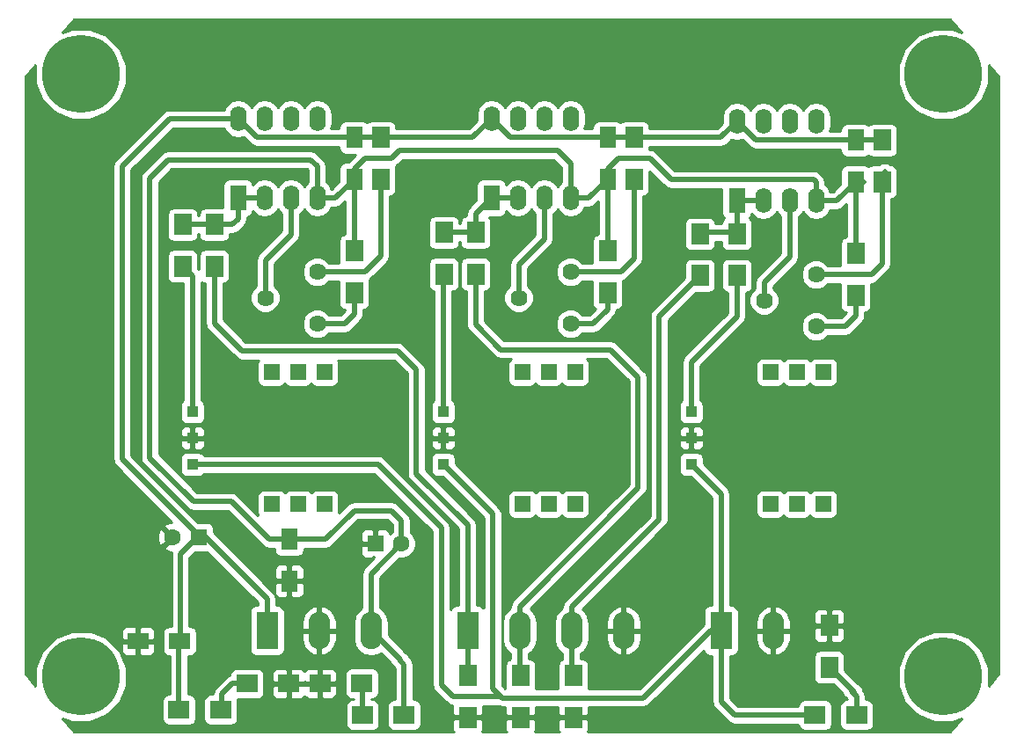
<source format=gbl>
G04 #@! TF.FileFunction,Copper,L2,Bot,Mixed*
%FSLAX46Y46*%
G04 Gerber Fmt 4.6, Leading zero omitted, Abs format (unit mm)*
G04 Created by KiCad (PCBNEW 4.0.6) date 2017 August 07, Monday 14:19:28*
%MOMM*%
%LPD*%
G01*
G04 APERTURE LIST*
%ADD10C,0.100000*%
%ADD11R,2.100000X3.600000*%
%ADD12O,2.100000X3.600000*%
%ADD13R,1.600000X2.000000*%
%ADD14R,2.000000X1.600000*%
%ADD15R,1.600000X2.400000*%
%ADD16O,1.600000X2.400000*%
%ADD17R,1.700000X2.000000*%
%ADD18R,2.000000X1.700000*%
%ADD19R,1.600000X1.600000*%
%ADD20C,1.600000*%
%ADD21C,1.620000*%
%ADD22R,1.100000X1.100000*%
%ADD23R,1.500000X1.500000*%
%ADD24C,7.500000*%
%ADD25C,0.500000*%
%ADD26C,0.254000*%
G04 APERTURE END LIST*
D10*
D11*
X73914000Y-147574000D03*
D12*
X78914000Y-147574000D03*
X83914000Y-147574000D03*
D11*
X93218000Y-147574000D03*
D12*
X98218000Y-147574000D03*
X103218000Y-147574000D03*
X108218000Y-147574000D03*
D11*
X117602000Y-147574000D03*
D12*
X122602000Y-147574000D03*
D13*
X76047600Y-142792200D03*
X76047600Y-138792200D03*
D14*
X65500000Y-148590000D03*
X61500000Y-148590000D03*
D13*
X130556000Y-100362000D03*
X130556000Y-104362000D03*
X106680000Y-100108000D03*
X106680000Y-104108000D03*
X82296000Y-100108000D03*
X82296000Y-104108000D03*
D15*
X95504000Y-105918000D03*
D16*
X103124000Y-98298000D03*
X98044000Y-105918000D03*
X100584000Y-98298000D03*
X100584000Y-105918000D03*
X98044000Y-98298000D03*
X103124000Y-105918000D03*
X95504000Y-98298000D03*
D15*
X119126000Y-106172000D03*
D16*
X126746000Y-98552000D03*
X121666000Y-106172000D03*
X124206000Y-98552000D03*
X124206000Y-106172000D03*
X121666000Y-98552000D03*
X126746000Y-106172000D03*
X119126000Y-98552000D03*
D15*
X71120000Y-105918000D03*
D16*
X78740000Y-98298000D03*
X73660000Y-105918000D03*
X76200000Y-98298000D03*
X76200000Y-105918000D03*
X73660000Y-98298000D03*
X78740000Y-105918000D03*
X71120000Y-98298000D03*
D17*
X65786000Y-108490000D03*
X65786000Y-112490000D03*
X90932000Y-109252000D03*
X90932000Y-113252000D03*
X119126000Y-109379000D03*
X119126000Y-113379000D03*
X84836000Y-100108000D03*
X84836000Y-104108000D03*
X82296000Y-115030000D03*
X82296000Y-111030000D03*
X109220000Y-100108000D03*
X109220000Y-104108000D03*
X106680000Y-115030000D03*
X106680000Y-111030000D03*
X133096000Y-100362000D03*
X133096000Y-104362000D03*
X130556000Y-115284000D03*
X130556000Y-111284000D03*
X68834000Y-112490000D03*
X68834000Y-108490000D03*
X93980000Y-113252000D03*
X93980000Y-109252000D03*
X115570000Y-113379000D03*
X115570000Y-109379000D03*
X93218000Y-155924000D03*
X93218000Y-151924000D03*
X98298000Y-155924000D03*
X98298000Y-151924000D03*
X103378000Y-155924000D03*
X103378000Y-151924000D03*
D18*
X75990200Y-152679400D03*
X71990200Y-152679400D03*
D17*
X128016000Y-147098000D03*
X128016000Y-151098000D03*
D19*
X67310000Y-138557000D03*
D20*
X64810000Y-138557000D03*
D19*
X84328000Y-139192000D03*
D20*
X86828000Y-139192000D03*
D18*
X69437000Y-155194000D03*
X65437000Y-155194000D03*
X130651000Y-155702000D03*
X126651000Y-155702000D03*
D21*
X78740000Y-118030000D03*
X73740000Y-115530000D03*
X78740000Y-113030000D03*
X103124000Y-118030000D03*
X98124000Y-115530000D03*
X103124000Y-113030000D03*
X126746000Y-118284000D03*
X121746000Y-115784000D03*
X126746000Y-113284000D03*
D18*
X87090000Y-155702000D03*
X83090000Y-155702000D03*
X79026000Y-152654000D03*
X83026000Y-152654000D03*
D22*
X90868000Y-131572000D03*
X90868000Y-126492000D03*
X90868000Y-129032000D03*
D23*
X103568000Y-135382000D03*
X101028000Y-135382000D03*
X98488000Y-135382000D03*
X103568000Y-122682000D03*
X101028000Y-122682000D03*
X98488000Y-122682000D03*
D22*
X114744000Y-131572000D03*
X114744000Y-126492000D03*
X114744000Y-129032000D03*
D23*
X127444000Y-135382000D03*
X124904000Y-135382000D03*
X122364000Y-135382000D03*
X127444000Y-122682000D03*
X124904000Y-122682000D03*
X122364000Y-122682000D03*
D22*
X66738000Y-131572000D03*
X66738000Y-126492000D03*
X66738000Y-129032000D03*
D23*
X79438000Y-135382000D03*
X76898000Y-135382000D03*
X74358000Y-135382000D03*
X79438000Y-122682000D03*
X76898000Y-122682000D03*
X74358000Y-122682000D03*
D24*
X56000000Y-94000000D03*
X139000000Y-94000000D03*
X56000000Y-152000000D03*
X139000000Y-152000000D03*
D25*
X65437000Y-155194000D02*
X65437000Y-148653000D01*
X65437000Y-148653000D02*
X65500000Y-148590000D01*
X73914000Y-147574000D02*
X73914000Y-144526000D01*
X73914000Y-144526000D02*
X67564000Y-138176000D01*
X65564000Y-148590000D02*
X65564000Y-140176000D01*
X65564000Y-140176000D02*
X67564000Y-138176000D01*
X64516000Y-98298000D02*
X71120000Y-98298000D01*
X59944000Y-102870000D02*
X64516000Y-98298000D01*
X59944000Y-131064000D02*
X59944000Y-102870000D01*
X67564000Y-138684000D02*
X59944000Y-131064000D01*
X130556000Y-100362000D02*
X133096000Y-100362000D01*
X106680000Y-100108000D02*
X109220000Y-100108000D01*
X109220000Y-100108000D02*
X117570000Y-100108000D01*
X117570000Y-100108000D02*
X119126000Y-98552000D01*
X85598000Y-100108000D02*
X93694000Y-100108000D01*
X93694000Y-100108000D02*
X95504000Y-98298000D01*
X82296000Y-100108000D02*
X72930000Y-100108000D01*
X72930000Y-100108000D02*
X71120000Y-98298000D01*
X85598000Y-100108000D02*
X82296000Y-100108000D01*
X106680000Y-100108000D02*
X97314000Y-100108000D01*
X97314000Y-100108000D02*
X95504000Y-98298000D01*
X130556000Y-100362000D02*
X120936000Y-100362000D01*
X120936000Y-100362000D02*
X119126000Y-98552000D01*
X87090000Y-155702000D02*
X87090000Y-150844000D01*
X86614000Y-150368000D02*
X86614000Y-150274000D01*
X87090000Y-150844000D02*
X86614000Y-150368000D01*
X76047600Y-138792200D02*
X79520800Y-138792200D01*
X86828000Y-136993000D02*
X86828000Y-139192000D01*
X85852000Y-136017000D02*
X86828000Y-136993000D01*
X82296000Y-136017000D02*
X85852000Y-136017000D01*
X79520800Y-138792200D02*
X82296000Y-136017000D01*
X83914000Y-147574000D02*
X83914000Y-142106000D01*
X83914000Y-142106000D02*
X86828000Y-139192000D01*
X76047600Y-138792200D02*
X74149200Y-138792200D01*
X78740000Y-102870000D02*
X78740000Y-105918000D01*
X78105000Y-102235000D02*
X78740000Y-102870000D01*
X64389000Y-102235000D02*
X78105000Y-102235000D01*
X62611000Y-104013000D02*
X64389000Y-102235000D01*
X62611000Y-130937000D02*
X62611000Y-104013000D01*
X66802000Y-135128000D02*
X62611000Y-130937000D01*
X70485000Y-135128000D02*
X66802000Y-135128000D01*
X74149200Y-138792200D02*
X70485000Y-135128000D01*
X86836000Y-150496000D02*
X86614000Y-150274000D01*
X86614000Y-150274000D02*
X83914000Y-147574000D01*
X103124000Y-105918000D02*
X103124000Y-102616000D01*
X83312000Y-102108000D02*
X82296000Y-103124000D01*
X85852000Y-102108000D02*
X83312000Y-102108000D01*
X86614000Y-101346000D02*
X85852000Y-102108000D01*
X101854000Y-101346000D02*
X86614000Y-101346000D01*
X103124000Y-102616000D02*
X101854000Y-101346000D01*
X82296000Y-103124000D02*
X82296000Y-104108000D01*
X82296000Y-104108000D02*
X82296000Y-103124000D01*
X106680000Y-104108000D02*
X106680000Y-103124000D01*
X106680000Y-103124000D02*
X107696000Y-102108000D01*
X126746000Y-104394000D02*
X126746000Y-106172000D01*
X126492000Y-104140000D02*
X126746000Y-104394000D01*
X112776000Y-104140000D02*
X126492000Y-104140000D01*
X110744000Y-102108000D02*
X112776000Y-104140000D01*
X107696000Y-102108000D02*
X110744000Y-102108000D01*
X82296000Y-104108000D02*
X82296000Y-103632000D01*
X82296000Y-104108000D02*
X82296000Y-110776000D01*
X126746000Y-106172000D02*
X128746000Y-106172000D01*
X128746000Y-106172000D02*
X130556000Y-104362000D01*
X130556000Y-111284000D02*
X130556000Y-104362000D01*
X106680000Y-110776000D02*
X106680000Y-104108000D01*
X78740000Y-105918000D02*
X80486000Y-105918000D01*
X80486000Y-105918000D02*
X82296000Y-104108000D01*
X103124000Y-105918000D02*
X104870000Y-105918000D01*
X104870000Y-105918000D02*
X106680000Y-104108000D01*
X130556000Y-104362000D02*
X131350000Y-104362000D01*
X66738000Y-131572000D02*
X84582000Y-131572000D01*
X91821000Y-153924000D02*
X96393000Y-153924000D01*
X90678000Y-152781000D02*
X91821000Y-153924000D01*
X90678000Y-137668000D02*
X90678000Y-152781000D01*
X84582000Y-131572000D02*
X90678000Y-137668000D01*
X117602000Y-147574000D02*
X116586000Y-147574000D01*
X116586000Y-147574000D02*
X110109000Y-154051000D01*
X95631000Y-136335000D02*
X90868000Y-131572000D01*
X95631000Y-153162000D02*
X95631000Y-136335000D01*
X96520000Y-154051000D02*
X96393000Y-153924000D01*
X96393000Y-153924000D02*
X95631000Y-153162000D01*
X110109000Y-154051000D02*
X96520000Y-154051000D01*
X117602000Y-147574000D02*
X117602000Y-134430000D01*
X117602000Y-134430000D02*
X114744000Y-131572000D01*
X126723140Y-155702000D02*
X118872000Y-155702000D01*
X118872000Y-155702000D02*
X117602000Y-154432000D01*
X117602000Y-154432000D02*
X117602000Y-147574000D01*
X71120000Y-105918000D02*
X71120000Y-107950000D01*
X70580000Y-108490000D02*
X68834000Y-108490000D01*
X71120000Y-107950000D02*
X70580000Y-108490000D01*
X65786000Y-108490000D02*
X68834000Y-108490000D01*
X73660000Y-105918000D02*
X71120000Y-105918000D01*
X66738000Y-126492000D02*
X66738000Y-113442000D01*
X66738000Y-113442000D02*
X65786000Y-112490000D01*
X90868000Y-126492000D02*
X90868000Y-113316000D01*
X90868000Y-113316000D02*
X90932000Y-113252000D01*
X119126000Y-109252000D02*
X116078000Y-109252000D01*
X119126000Y-106172000D02*
X119126000Y-109252000D01*
X121666000Y-106172000D02*
X119126000Y-106172000D01*
X109220000Y-104108000D02*
X109220000Y-111760000D01*
X107950000Y-113030000D02*
X103124000Y-113030000D01*
X109220000Y-111760000D02*
X107950000Y-113030000D01*
X133096000Y-104362000D02*
X133096000Y-112268000D01*
X132080000Y-113284000D02*
X126746000Y-113284000D01*
X133096000Y-112268000D02*
X132080000Y-113284000D01*
X133350000Y-104362000D02*
X133350000Y-103378000D01*
X126746000Y-118284000D02*
X129543800Y-118284000D01*
X130556000Y-117271800D02*
X130556000Y-115284000D01*
X129543800Y-118284000D02*
X130556000Y-117271800D01*
X73740000Y-115530000D02*
X73740000Y-111908600D01*
X76200000Y-109448600D02*
X76200000Y-105918000D01*
X73740000Y-111908600D02*
X76200000Y-109448600D01*
X121746000Y-115784000D02*
X121746000Y-114067600D01*
X124206000Y-111607600D02*
X124206000Y-106172000D01*
X121746000Y-114067600D02*
X124206000Y-111607600D01*
X98124000Y-115530000D02*
X98124000Y-112315000D01*
X100584000Y-109855000D02*
X100584000Y-105918000D01*
X98124000Y-112315000D02*
X100584000Y-109855000D01*
X68834000Y-112490000D02*
X68834000Y-117983000D01*
X93218000Y-137414000D02*
X93218000Y-147574000D01*
X88265000Y-132461000D02*
X93218000Y-137414000D01*
X88265000Y-122428000D02*
X88265000Y-132461000D01*
X86487000Y-120650000D02*
X88265000Y-122428000D01*
X71501000Y-120650000D02*
X86487000Y-120650000D01*
X68834000Y-117983000D02*
X71501000Y-120650000D01*
X93218000Y-147574000D02*
X93218000Y-151924000D01*
X93980000Y-113252000D02*
X93980000Y-118110000D01*
X98218000Y-145241000D02*
X98218000Y-147574000D01*
X109601000Y-133858000D02*
X98218000Y-145241000D01*
X109601000Y-123190000D02*
X109601000Y-133858000D01*
X106934000Y-120523000D02*
X109601000Y-123190000D01*
X96393000Y-120523000D02*
X106934000Y-120523000D01*
X93980000Y-118110000D02*
X96393000Y-120523000D01*
X98218000Y-147574000D02*
X98218000Y-147494000D01*
X98218000Y-147574000D02*
X98218000Y-151844000D01*
X98218000Y-151844000D02*
X98298000Y-151924000D01*
X98298000Y-147494000D02*
X98218000Y-147574000D01*
X98044000Y-147400000D02*
X98218000Y-147574000D01*
X103218000Y-147574000D02*
X103218000Y-145321000D01*
X111633000Y-117316000D02*
X115570000Y-113379000D01*
X111633000Y-136906000D02*
X111633000Y-117316000D01*
X103218000Y-145321000D02*
X111633000Y-136906000D01*
X115570000Y-113379000D02*
X115570000Y-113792000D01*
X103218000Y-147574000D02*
X103218000Y-151764000D01*
X103218000Y-151764000D02*
X103378000Y-151924000D01*
X103124000Y-147480000D02*
X103218000Y-147574000D01*
X90932000Y-109252000D02*
X93980000Y-109252000D01*
X93980000Y-109252000D02*
X93980000Y-107442000D01*
X93980000Y-107442000D02*
X95504000Y-105918000D01*
X98044000Y-105918000D02*
X95504000Y-105918000D01*
X114744000Y-126492000D02*
X114744000Y-121730000D01*
X119126000Y-117348000D02*
X119126000Y-113379000D01*
X114744000Y-121730000D02*
X119126000Y-117348000D01*
X84836000Y-104108000D02*
X84836000Y-111506000D01*
X83312000Y-113030000D02*
X78740000Y-113030000D01*
X84836000Y-111506000D02*
X83312000Y-113030000D01*
X78740000Y-118030000D02*
X81360000Y-118030000D01*
X82296000Y-117094000D02*
X82296000Y-115030000D01*
X81360000Y-118030000D02*
X82296000Y-117094000D01*
X103124000Y-118030000D02*
X105312200Y-118030000D01*
X106680000Y-116662200D02*
X106680000Y-115030000D01*
X105312200Y-118030000D02*
X106680000Y-116662200D01*
X69564000Y-155067000D02*
X69564000Y-153702000D01*
X69564000Y-153702000D02*
X70586600Y-152679400D01*
X70586600Y-152679400D02*
X71990200Y-152679400D01*
X69564000Y-155067000D02*
X69437000Y-155194000D01*
X130651000Y-155702000D02*
X130651000Y-153892000D01*
X130175000Y-153416000D02*
X130175000Y-153257000D01*
X130651000Y-153892000D02*
X130175000Y-153416000D01*
X130451860Y-153533860D02*
X130175000Y-153257000D01*
X130175000Y-153257000D02*
X128016000Y-151098000D01*
X83090000Y-155702000D02*
X83090000Y-152718000D01*
X83090000Y-152718000D02*
X83026000Y-152654000D01*
D26*
G36*
X140761025Y-89983234D02*
X139876057Y-89615763D01*
X138131596Y-89614241D01*
X136519342Y-90280410D01*
X135284746Y-91512854D01*
X134615763Y-93123943D01*
X134614241Y-94868404D01*
X135280410Y-96480658D01*
X136512854Y-97715254D01*
X138123943Y-98384237D01*
X139868404Y-98385759D01*
X141480658Y-97719590D01*
X142715254Y-96487146D01*
X143384237Y-94876057D01*
X143385758Y-93132914D01*
X144315000Y-94248004D01*
X144315000Y-151751996D01*
X143384243Y-152868904D01*
X143385759Y-151131596D01*
X142719590Y-149519342D01*
X141487146Y-148284746D01*
X139876057Y-147615763D01*
X138131596Y-147614241D01*
X136519342Y-148280410D01*
X135284746Y-149512854D01*
X134615763Y-151123943D01*
X134614241Y-152868404D01*
X135280410Y-154480658D01*
X136512854Y-155715254D01*
X138123943Y-156384237D01*
X139868404Y-156385759D01*
X140760809Y-156017025D01*
X139679163Y-157315000D01*
X104735025Y-157315000D01*
X104766327Y-157283698D01*
X104863000Y-157050309D01*
X104863000Y-156209750D01*
X104704250Y-156051000D01*
X103505000Y-156051000D01*
X103505000Y-156071000D01*
X103251000Y-156071000D01*
X103251000Y-156051000D01*
X102051750Y-156051000D01*
X101893000Y-156209750D01*
X101893000Y-157050309D01*
X101989673Y-157283698D01*
X102020975Y-157315000D01*
X99655025Y-157315000D01*
X99686327Y-157283698D01*
X99783000Y-157050309D01*
X99783000Y-156209750D01*
X99624250Y-156051000D01*
X98425000Y-156051000D01*
X98425000Y-156071000D01*
X98171000Y-156071000D01*
X98171000Y-156051000D01*
X96971750Y-156051000D01*
X96813000Y-156209750D01*
X96813000Y-157050309D01*
X96909673Y-157283698D01*
X96940975Y-157315000D01*
X94575025Y-157315000D01*
X94606327Y-157283698D01*
X94703000Y-157050309D01*
X94703000Y-156209750D01*
X94544250Y-156051000D01*
X93345000Y-156051000D01*
X93345000Y-156071000D01*
X93091000Y-156071000D01*
X93091000Y-156051000D01*
X91891750Y-156051000D01*
X91733000Y-156209750D01*
X91733000Y-157050309D01*
X91829673Y-157283698D01*
X91860975Y-157315000D01*
X55320837Y-157315000D01*
X54238975Y-156016766D01*
X55123943Y-156384237D01*
X56868404Y-156385759D01*
X58480658Y-155719590D01*
X59715254Y-154487146D01*
X60384237Y-152876057D01*
X60385759Y-151131596D01*
X59719590Y-149519342D01*
X59077120Y-148875750D01*
X59865000Y-148875750D01*
X59865000Y-149516310D01*
X59961673Y-149749699D01*
X60140302Y-149928327D01*
X60373691Y-150025000D01*
X61214250Y-150025000D01*
X61373000Y-149866250D01*
X61373000Y-148717000D01*
X61627000Y-148717000D01*
X61627000Y-149866250D01*
X61785750Y-150025000D01*
X62626309Y-150025000D01*
X62859698Y-149928327D01*
X63038327Y-149749699D01*
X63135000Y-149516310D01*
X63135000Y-148875750D01*
X62976250Y-148717000D01*
X61627000Y-148717000D01*
X61373000Y-148717000D01*
X60023750Y-148717000D01*
X59865000Y-148875750D01*
X59077120Y-148875750D01*
X58487146Y-148284746D01*
X56991478Y-147663690D01*
X59865000Y-147663690D01*
X59865000Y-148304250D01*
X60023750Y-148463000D01*
X61373000Y-148463000D01*
X61373000Y-147313750D01*
X61627000Y-147313750D01*
X61627000Y-148463000D01*
X62976250Y-148463000D01*
X63135000Y-148304250D01*
X63135000Y-147663690D01*
X63038327Y-147430301D01*
X62859698Y-147251673D01*
X62626309Y-147155000D01*
X61785750Y-147155000D01*
X61627000Y-147313750D01*
X61373000Y-147313750D01*
X61214250Y-147155000D01*
X60373691Y-147155000D01*
X60140302Y-147251673D01*
X59961673Y-147430301D01*
X59865000Y-147663690D01*
X56991478Y-147663690D01*
X56876057Y-147615763D01*
X55131596Y-147614241D01*
X53519342Y-148280410D01*
X52284746Y-149512854D01*
X51615763Y-151123943D01*
X51614242Y-152867086D01*
X50685000Y-151751996D01*
X50685000Y-138340223D01*
X63363035Y-138340223D01*
X63390222Y-138910454D01*
X63556136Y-139311005D01*
X63802255Y-139385139D01*
X64630395Y-138557000D01*
X63802255Y-137728861D01*
X63556136Y-137802995D01*
X63363035Y-138340223D01*
X50685000Y-138340223D01*
X50685000Y-102870000D01*
X59058999Y-102870000D01*
X59059000Y-102870005D01*
X59059000Y-131063995D01*
X59058999Y-131064000D01*
X59092681Y-131233325D01*
X59126367Y-131402675D01*
X59233352Y-131562790D01*
X59318210Y-131689790D01*
X64751576Y-137123156D01*
X64456546Y-137137222D01*
X64055995Y-137303136D01*
X63981861Y-137549255D01*
X64810000Y-138377395D01*
X64824143Y-138363253D01*
X65003748Y-138542858D01*
X64989605Y-138557000D01*
X65003748Y-138571142D01*
X64824142Y-138750748D01*
X64810000Y-138736605D01*
X63981861Y-139564745D01*
X64055995Y-139810864D01*
X64593223Y-140003965D01*
X64714369Y-139998189D01*
X64678999Y-140176000D01*
X64679000Y-140176005D01*
X64679000Y-147142560D01*
X64500000Y-147142560D01*
X64264683Y-147186838D01*
X64048559Y-147325910D01*
X63903569Y-147538110D01*
X63852560Y-147790000D01*
X63852560Y-149390000D01*
X63896838Y-149625317D01*
X64035910Y-149841441D01*
X64248110Y-149986431D01*
X64500000Y-150037440D01*
X64552000Y-150037440D01*
X64552000Y-153696560D01*
X64437000Y-153696560D01*
X64201683Y-153740838D01*
X63985559Y-153879910D01*
X63840569Y-154092110D01*
X63789560Y-154344000D01*
X63789560Y-156044000D01*
X63833838Y-156279317D01*
X63972910Y-156495441D01*
X64185110Y-156640431D01*
X64437000Y-156691440D01*
X66437000Y-156691440D01*
X66672317Y-156647162D01*
X66888441Y-156508090D01*
X67033431Y-156295890D01*
X67084440Y-156044000D01*
X67084440Y-154344000D01*
X67789560Y-154344000D01*
X67789560Y-156044000D01*
X67833838Y-156279317D01*
X67972910Y-156495441D01*
X68185110Y-156640431D01*
X68437000Y-156691440D01*
X70437000Y-156691440D01*
X70672317Y-156647162D01*
X70888441Y-156508090D01*
X71033431Y-156295890D01*
X71084440Y-156044000D01*
X71084440Y-154344000D01*
X71052987Y-154176840D01*
X72990200Y-154176840D01*
X73225517Y-154132562D01*
X73441641Y-153993490D01*
X73586631Y-153781290D01*
X73637640Y-153529400D01*
X73637640Y-152965150D01*
X74355200Y-152965150D01*
X74355200Y-153655710D01*
X74451873Y-153889099D01*
X74630502Y-154067727D01*
X74863891Y-154164400D01*
X75704450Y-154164400D01*
X75863200Y-154005650D01*
X75863200Y-152806400D01*
X76117200Y-152806400D01*
X76117200Y-154005650D01*
X76275950Y-154164400D01*
X77116509Y-154164400D01*
X77349898Y-154067727D01*
X77520800Y-153896826D01*
X77666302Y-154042327D01*
X77899691Y-154139000D01*
X78740250Y-154139000D01*
X78899000Y-153980250D01*
X78899000Y-152781000D01*
X79153000Y-152781000D01*
X79153000Y-153980250D01*
X79311750Y-154139000D01*
X80152309Y-154139000D01*
X80385698Y-154042327D01*
X80564327Y-153863699D01*
X80661000Y-153630310D01*
X80661000Y-152939750D01*
X80502250Y-152781000D01*
X79153000Y-152781000D01*
X78899000Y-152781000D01*
X77549750Y-152781000D01*
X77495400Y-152835350D01*
X77466450Y-152806400D01*
X76117200Y-152806400D01*
X75863200Y-152806400D01*
X74513950Y-152806400D01*
X74355200Y-152965150D01*
X73637640Y-152965150D01*
X73637640Y-151829400D01*
X73613874Y-151703090D01*
X74355200Y-151703090D01*
X74355200Y-152393650D01*
X74513950Y-152552400D01*
X75863200Y-152552400D01*
X75863200Y-151353150D01*
X76117200Y-151353150D01*
X76117200Y-152552400D01*
X77466450Y-152552400D01*
X77520800Y-152498050D01*
X77549750Y-152527000D01*
X78899000Y-152527000D01*
X78899000Y-151327750D01*
X79153000Y-151327750D01*
X79153000Y-152527000D01*
X80502250Y-152527000D01*
X80661000Y-152368250D01*
X80661000Y-151804000D01*
X81378560Y-151804000D01*
X81378560Y-153504000D01*
X81422838Y-153739317D01*
X81561910Y-153955441D01*
X81774110Y-154100431D01*
X82026000Y-154151440D01*
X82205000Y-154151440D01*
X82205000Y-154204560D01*
X82090000Y-154204560D01*
X81854683Y-154248838D01*
X81638559Y-154387910D01*
X81493569Y-154600110D01*
X81442560Y-154852000D01*
X81442560Y-156552000D01*
X81486838Y-156787317D01*
X81625910Y-157003441D01*
X81838110Y-157148431D01*
X82090000Y-157199440D01*
X84090000Y-157199440D01*
X84325317Y-157155162D01*
X84541441Y-157016090D01*
X84686431Y-156803890D01*
X84737440Y-156552000D01*
X84737440Y-154852000D01*
X84693162Y-154616683D01*
X84554090Y-154400559D01*
X84341890Y-154255569D01*
X84090000Y-154204560D01*
X83975000Y-154204560D01*
X83975000Y-154151440D01*
X84026000Y-154151440D01*
X84261317Y-154107162D01*
X84477441Y-153968090D01*
X84622431Y-153755890D01*
X84673440Y-153504000D01*
X84673440Y-151804000D01*
X84629162Y-151568683D01*
X84490090Y-151352559D01*
X84277890Y-151207569D01*
X84026000Y-151156560D01*
X82026000Y-151156560D01*
X81790683Y-151200838D01*
X81574559Y-151339910D01*
X81429569Y-151552110D01*
X81378560Y-151804000D01*
X80661000Y-151804000D01*
X80661000Y-151677690D01*
X80564327Y-151444301D01*
X80385698Y-151265673D01*
X80152309Y-151169000D01*
X79311750Y-151169000D01*
X79153000Y-151327750D01*
X78899000Y-151327750D01*
X78740250Y-151169000D01*
X77899691Y-151169000D01*
X77666302Y-151265673D01*
X77495400Y-151436574D01*
X77349898Y-151291073D01*
X77116509Y-151194400D01*
X76275950Y-151194400D01*
X76117200Y-151353150D01*
X75863200Y-151353150D01*
X75704450Y-151194400D01*
X74863891Y-151194400D01*
X74630502Y-151291073D01*
X74451873Y-151469701D01*
X74355200Y-151703090D01*
X73613874Y-151703090D01*
X73593362Y-151594083D01*
X73454290Y-151377959D01*
X73242090Y-151232969D01*
X72990200Y-151181960D01*
X70990200Y-151181960D01*
X70754883Y-151226238D01*
X70538759Y-151365310D01*
X70393769Y-151577510D01*
X70342760Y-151829400D01*
X70342760Y-151842903D01*
X70337245Y-151844000D01*
X70247925Y-151861767D01*
X69960810Y-152053610D01*
X69960808Y-152053613D01*
X68938210Y-153076210D01*
X68746367Y-153363325D01*
X68746367Y-153363326D01*
X68680081Y-153696560D01*
X68437000Y-153696560D01*
X68201683Y-153740838D01*
X67985559Y-153879910D01*
X67840569Y-154092110D01*
X67789560Y-154344000D01*
X67084440Y-154344000D01*
X67040162Y-154108683D01*
X66901090Y-153892559D01*
X66688890Y-153747569D01*
X66437000Y-153696560D01*
X66322000Y-153696560D01*
X66322000Y-150037440D01*
X66500000Y-150037440D01*
X66735317Y-149993162D01*
X66951441Y-149854090D01*
X67096431Y-149641890D01*
X67147440Y-149390000D01*
X67147440Y-147790000D01*
X67103162Y-147554683D01*
X66964090Y-147338559D01*
X66751890Y-147193569D01*
X66500000Y-147142560D01*
X66449000Y-147142560D01*
X66449000Y-140542580D01*
X66987140Y-140004440D01*
X68110000Y-140004440D01*
X68135973Y-139999553D01*
X73029000Y-144892579D01*
X73029000Y-145126560D01*
X72864000Y-145126560D01*
X72628683Y-145170838D01*
X72412559Y-145309910D01*
X72267569Y-145522110D01*
X72216560Y-145774000D01*
X72216560Y-149374000D01*
X72260838Y-149609317D01*
X72399910Y-149825441D01*
X72612110Y-149970431D01*
X72864000Y-150021440D01*
X74964000Y-150021440D01*
X75199317Y-149977162D01*
X75415441Y-149838090D01*
X75560431Y-149625890D01*
X75611440Y-149374000D01*
X75611440Y-147701000D01*
X77229000Y-147701000D01*
X77229000Y-148451000D01*
X77405864Y-149086154D01*
X77812328Y-149605277D01*
X78386511Y-149929337D01*
X78525721Y-149963654D01*
X78787000Y-149844957D01*
X78787000Y-147701000D01*
X79041000Y-147701000D01*
X79041000Y-149844957D01*
X79302279Y-149963654D01*
X79441489Y-149929337D01*
X80015672Y-149605277D01*
X80422136Y-149086154D01*
X80599000Y-148451000D01*
X80599000Y-147701000D01*
X79041000Y-147701000D01*
X78787000Y-147701000D01*
X77229000Y-147701000D01*
X75611440Y-147701000D01*
X75611440Y-146697000D01*
X77229000Y-146697000D01*
X77229000Y-147447000D01*
X78787000Y-147447000D01*
X78787000Y-145303043D01*
X79041000Y-145303043D01*
X79041000Y-147447000D01*
X80599000Y-147447000D01*
X80599000Y-146697000D01*
X80422136Y-146061846D01*
X80015672Y-145542723D01*
X79441489Y-145218663D01*
X79302279Y-145184346D01*
X79041000Y-145303043D01*
X78787000Y-145303043D01*
X78525721Y-145184346D01*
X78386511Y-145218663D01*
X77812328Y-145542723D01*
X77405864Y-146061846D01*
X77229000Y-146697000D01*
X75611440Y-146697000D01*
X75611440Y-145774000D01*
X75567162Y-145538683D01*
X75428090Y-145322559D01*
X75215890Y-145177569D01*
X74964000Y-145126560D01*
X74799000Y-145126560D01*
X74799000Y-144526005D01*
X74799001Y-144526000D01*
X74731633Y-144187325D01*
X74539790Y-143900210D01*
X74539787Y-143900208D01*
X73717530Y-143077950D01*
X74612600Y-143077950D01*
X74612600Y-143918509D01*
X74709273Y-144151898D01*
X74887901Y-144330527D01*
X75121290Y-144427200D01*
X75761850Y-144427200D01*
X75920600Y-144268450D01*
X75920600Y-142919200D01*
X76174600Y-142919200D01*
X76174600Y-144268450D01*
X76333350Y-144427200D01*
X76973910Y-144427200D01*
X77207299Y-144330527D01*
X77385927Y-144151898D01*
X77482600Y-143918509D01*
X77482600Y-143077950D01*
X77323850Y-142919200D01*
X76174600Y-142919200D01*
X75920600Y-142919200D01*
X74771350Y-142919200D01*
X74612600Y-143077950D01*
X73717530Y-143077950D01*
X72305471Y-141665891D01*
X74612600Y-141665891D01*
X74612600Y-142506450D01*
X74771350Y-142665200D01*
X75920600Y-142665200D01*
X75920600Y-141315950D01*
X76174600Y-141315950D01*
X76174600Y-142665200D01*
X77323850Y-142665200D01*
X77482600Y-142506450D01*
X77482600Y-141665891D01*
X77385927Y-141432502D01*
X77207299Y-141253873D01*
X76973910Y-141157200D01*
X76333350Y-141157200D01*
X76174600Y-141315950D01*
X75920600Y-141315950D01*
X75761850Y-141157200D01*
X75121290Y-141157200D01*
X74887901Y-141253873D01*
X74709273Y-141432502D01*
X74612600Y-141665891D01*
X72305471Y-141665891D01*
X68757440Y-138117860D01*
X68757440Y-137757000D01*
X68713162Y-137521683D01*
X68574090Y-137305559D01*
X68361890Y-137160569D01*
X68110000Y-137109560D01*
X67241139Y-137109560D01*
X60829000Y-130697420D01*
X60829000Y-103236580D01*
X64882579Y-99183000D01*
X69774322Y-99183000D01*
X69794233Y-99283101D01*
X70105302Y-99748648D01*
X70570849Y-100059717D01*
X71120000Y-100168950D01*
X71636610Y-100066190D01*
X72304208Y-100733787D01*
X72304210Y-100733790D01*
X72496054Y-100861975D01*
X72591326Y-100925634D01*
X72930000Y-100993001D01*
X72930005Y-100993000D01*
X80848560Y-100993000D01*
X80848560Y-101108000D01*
X80892838Y-101343317D01*
X81031910Y-101559441D01*
X81244110Y-101704431D01*
X81496000Y-101755440D01*
X82412981Y-101755440D01*
X81707860Y-102460560D01*
X81496000Y-102460560D01*
X81260683Y-102504838D01*
X81044559Y-102643910D01*
X80899569Y-102856110D01*
X80848560Y-103108000D01*
X80848560Y-104303861D01*
X80119420Y-105033000D01*
X80085678Y-105033000D01*
X80065767Y-104932899D01*
X79754698Y-104467352D01*
X79625000Y-104380690D01*
X79625000Y-102870005D01*
X79625001Y-102870000D01*
X79557634Y-102531326D01*
X79493975Y-102436054D01*
X79365790Y-102244210D01*
X79365787Y-102244208D01*
X78730790Y-101609210D01*
X78712991Y-101597317D01*
X78443675Y-101417367D01*
X78387484Y-101406190D01*
X78105000Y-101349999D01*
X78104995Y-101350000D01*
X64389005Y-101350000D01*
X64389000Y-101349999D01*
X64106516Y-101406190D01*
X64050325Y-101417367D01*
X63763210Y-101609210D01*
X63763208Y-101609213D01*
X61985210Y-103387210D01*
X61793367Y-103674325D01*
X61793367Y-103674326D01*
X61725999Y-104013000D01*
X61726000Y-104013005D01*
X61726000Y-130936995D01*
X61725999Y-130937000D01*
X61782190Y-131219484D01*
X61793367Y-131275675D01*
X61985210Y-131562790D01*
X66176208Y-135753787D01*
X66176210Y-135753790D01*
X66463325Y-135945633D01*
X66519516Y-135956810D01*
X66802000Y-136013001D01*
X66802005Y-136013000D01*
X70118420Y-136013000D01*
X73523408Y-139417987D01*
X73523410Y-139417990D01*
X73810525Y-139609833D01*
X74149200Y-139677200D01*
X74600160Y-139677200D01*
X74600160Y-139792200D01*
X74644438Y-140027517D01*
X74783510Y-140243641D01*
X74995710Y-140388631D01*
X75247600Y-140439640D01*
X76847600Y-140439640D01*
X77082917Y-140395362D01*
X77299041Y-140256290D01*
X77444031Y-140044090D01*
X77495040Y-139792200D01*
X77495040Y-139677200D01*
X79520795Y-139677200D01*
X79520800Y-139677201D01*
X79803284Y-139621010D01*
X79859475Y-139609833D01*
X80146590Y-139417990D01*
X80146591Y-139417989D01*
X81298889Y-138265690D01*
X82893000Y-138265690D01*
X82893000Y-138906250D01*
X83051750Y-139065000D01*
X84201000Y-139065000D01*
X84201000Y-137915750D01*
X84042250Y-137757000D01*
X83401691Y-137757000D01*
X83168302Y-137853673D01*
X82989673Y-138032301D01*
X82893000Y-138265690D01*
X81298889Y-138265690D01*
X82662579Y-136902000D01*
X85485420Y-136902000D01*
X85943000Y-137359579D01*
X85943000Y-138047829D01*
X85751813Y-138238683D01*
X85666327Y-138032301D01*
X85487698Y-137853673D01*
X85254309Y-137757000D01*
X84613750Y-137757000D01*
X84455000Y-137915750D01*
X84455000Y-139065000D01*
X84475000Y-139065000D01*
X84475000Y-139319000D01*
X84455000Y-139319000D01*
X84455000Y-139339000D01*
X84201000Y-139339000D01*
X84201000Y-139319000D01*
X83051750Y-139319000D01*
X82893000Y-139477750D01*
X82893000Y-140118310D01*
X82989673Y-140351699D01*
X83168302Y-140530327D01*
X83401691Y-140627000D01*
X84042250Y-140627000D01*
X84200998Y-140468252D01*
X84200998Y-140567422D01*
X83288210Y-141480210D01*
X83096367Y-141767325D01*
X83096367Y-141767326D01*
X83028999Y-142106000D01*
X83029000Y-142106005D01*
X83029000Y-145380041D01*
X82722525Y-145584821D01*
X82357263Y-146131474D01*
X82229000Y-146776296D01*
X82229000Y-148371704D01*
X82357263Y-149016526D01*
X82722525Y-149563179D01*
X83269178Y-149928441D01*
X83914000Y-150056704D01*
X84558822Y-149928441D01*
X84833397Y-149744976D01*
X85798926Y-150710506D01*
X85881893Y-150834674D01*
X85988210Y-150993790D01*
X86205000Y-151210580D01*
X86205000Y-154204560D01*
X86090000Y-154204560D01*
X85854683Y-154248838D01*
X85638559Y-154387910D01*
X85493569Y-154600110D01*
X85442560Y-154852000D01*
X85442560Y-156552000D01*
X85486838Y-156787317D01*
X85625910Y-157003441D01*
X85838110Y-157148431D01*
X86090000Y-157199440D01*
X88090000Y-157199440D01*
X88325317Y-157155162D01*
X88541441Y-157016090D01*
X88686431Y-156803890D01*
X88737440Y-156552000D01*
X88737440Y-154852000D01*
X88693162Y-154616683D01*
X88554090Y-154400559D01*
X88341890Y-154255569D01*
X88090000Y-154204560D01*
X87975000Y-154204560D01*
X87975000Y-150844005D01*
X87975001Y-150844000D01*
X87907633Y-150505326D01*
X87907633Y-150505325D01*
X87715790Y-150218210D01*
X87715787Y-150218208D01*
X87651073Y-150153494D01*
X87461789Y-149870210D01*
X87239790Y-149648210D01*
X87239787Y-149648208D01*
X85599000Y-148007420D01*
X85599000Y-146776296D01*
X85470737Y-146131474D01*
X85105475Y-145584821D01*
X84799000Y-145380041D01*
X84799000Y-142472580D01*
X86644739Y-140626840D01*
X87112187Y-140627248D01*
X87639800Y-140409243D01*
X88043824Y-140005923D01*
X88262750Y-139478691D01*
X88263248Y-138907813D01*
X88045243Y-138380200D01*
X87713000Y-138047377D01*
X87713000Y-136993000D01*
X87645633Y-136654325D01*
X87453790Y-136367210D01*
X87453787Y-136367208D01*
X86477790Y-135391210D01*
X86363733Y-135315000D01*
X86190675Y-135199367D01*
X86134484Y-135188190D01*
X85852000Y-135131999D01*
X85851995Y-135132000D01*
X82296000Y-135132000D01*
X81957325Y-135199367D01*
X81670210Y-135391210D01*
X81670208Y-135391213D01*
X80811576Y-136249845D01*
X80835440Y-136132000D01*
X80835440Y-134632000D01*
X80791162Y-134396683D01*
X80652090Y-134180559D01*
X80439890Y-134035569D01*
X80188000Y-133984560D01*
X78688000Y-133984560D01*
X78452683Y-134028838D01*
X78236559Y-134167910D01*
X78168266Y-134267860D01*
X78112090Y-134180559D01*
X77899890Y-134035569D01*
X77648000Y-133984560D01*
X76148000Y-133984560D01*
X75912683Y-134028838D01*
X75696559Y-134167910D01*
X75628266Y-134267860D01*
X75572090Y-134180559D01*
X75359890Y-134035569D01*
X75108000Y-133984560D01*
X73608000Y-133984560D01*
X73372683Y-134028838D01*
X73156559Y-134167910D01*
X73011569Y-134380110D01*
X72960560Y-134632000D01*
X72960560Y-136132000D01*
X73004838Y-136367317D01*
X73057075Y-136448495D01*
X71110790Y-134502210D01*
X71002719Y-134430000D01*
X70823675Y-134310367D01*
X70767484Y-134299190D01*
X70485000Y-134242999D01*
X70484995Y-134243000D01*
X67168579Y-134243000D01*
X63496000Y-130570420D01*
X63496000Y-129317750D01*
X65553000Y-129317750D01*
X65553000Y-129708310D01*
X65649673Y-129941699D01*
X65828302Y-130120327D01*
X66061691Y-130217000D01*
X66452250Y-130217000D01*
X66611000Y-130058250D01*
X66611000Y-129159000D01*
X66865000Y-129159000D01*
X66865000Y-130058250D01*
X67023750Y-130217000D01*
X67414309Y-130217000D01*
X67647698Y-130120327D01*
X67826327Y-129941699D01*
X67923000Y-129708310D01*
X67923000Y-129317750D01*
X67764250Y-129159000D01*
X66865000Y-129159000D01*
X66611000Y-129159000D01*
X65711750Y-129159000D01*
X65553000Y-129317750D01*
X63496000Y-129317750D01*
X63496000Y-128355690D01*
X65553000Y-128355690D01*
X65553000Y-128746250D01*
X65711750Y-128905000D01*
X66611000Y-128905000D01*
X66611000Y-128005750D01*
X66865000Y-128005750D01*
X66865000Y-128905000D01*
X67764250Y-128905000D01*
X67923000Y-128746250D01*
X67923000Y-128355690D01*
X67826327Y-128122301D01*
X67647698Y-127943673D01*
X67414309Y-127847000D01*
X67023750Y-127847000D01*
X66865000Y-128005750D01*
X66611000Y-128005750D01*
X66452250Y-127847000D01*
X66061691Y-127847000D01*
X65828302Y-127943673D01*
X65649673Y-128122301D01*
X65553000Y-128355690D01*
X63496000Y-128355690D01*
X63496000Y-111490000D01*
X64288560Y-111490000D01*
X64288560Y-113490000D01*
X64332838Y-113725317D01*
X64471910Y-113941441D01*
X64684110Y-114086431D01*
X64936000Y-114137440D01*
X65853000Y-114137440D01*
X65853000Y-125402982D01*
X65736559Y-125477910D01*
X65591569Y-125690110D01*
X65540560Y-125942000D01*
X65540560Y-127042000D01*
X65584838Y-127277317D01*
X65723910Y-127493441D01*
X65936110Y-127638431D01*
X66188000Y-127689440D01*
X67288000Y-127689440D01*
X67523317Y-127645162D01*
X67739441Y-127506090D01*
X67884431Y-127293890D01*
X67935440Y-127042000D01*
X67935440Y-125942000D01*
X67891162Y-125706683D01*
X67752090Y-125490559D01*
X67623000Y-125402356D01*
X67623000Y-114011879D01*
X67732110Y-114086431D01*
X67949000Y-114130352D01*
X67949000Y-117982995D01*
X67948999Y-117983000D01*
X67983571Y-118156800D01*
X68016367Y-118321675D01*
X68182403Y-118570167D01*
X68208210Y-118608790D01*
X70875208Y-121275787D01*
X70875210Y-121275790D01*
X70972255Y-121340633D01*
X71162326Y-121467634D01*
X71501000Y-121535001D01*
X71501005Y-121535000D01*
X73110718Y-121535000D01*
X73011569Y-121680110D01*
X72960560Y-121932000D01*
X72960560Y-123432000D01*
X73004838Y-123667317D01*
X73143910Y-123883441D01*
X73356110Y-124028431D01*
X73608000Y-124079440D01*
X75108000Y-124079440D01*
X75343317Y-124035162D01*
X75559441Y-123896090D01*
X75627734Y-123796140D01*
X75683910Y-123883441D01*
X75896110Y-124028431D01*
X76148000Y-124079440D01*
X77648000Y-124079440D01*
X77883317Y-124035162D01*
X78099441Y-123896090D01*
X78167734Y-123796140D01*
X78223910Y-123883441D01*
X78436110Y-124028431D01*
X78688000Y-124079440D01*
X80188000Y-124079440D01*
X80423317Y-124035162D01*
X80639441Y-123896090D01*
X80784431Y-123683890D01*
X80835440Y-123432000D01*
X80835440Y-121932000D01*
X80791162Y-121696683D01*
X80687122Y-121535000D01*
X86120420Y-121535000D01*
X87380000Y-122794579D01*
X87380000Y-132460995D01*
X87379999Y-132461000D01*
X87404882Y-132586090D01*
X87447367Y-132799675D01*
X87563178Y-132972999D01*
X87639210Y-133086790D01*
X92333000Y-137780579D01*
X92333000Y-145126560D01*
X92168000Y-145126560D01*
X91932683Y-145170838D01*
X91716559Y-145309910D01*
X91571569Y-145522110D01*
X91563000Y-145564425D01*
X91563000Y-137668005D01*
X91563001Y-137668000D01*
X91495633Y-137329326D01*
X91495633Y-137329325D01*
X91303790Y-137042210D01*
X91303787Y-137042208D01*
X85207790Y-130946210D01*
X85194006Y-130937000D01*
X84920675Y-130754367D01*
X84864484Y-130743190D01*
X84582000Y-130686999D01*
X84581995Y-130687000D01*
X67827018Y-130687000D01*
X67752090Y-130570559D01*
X67539890Y-130425569D01*
X67288000Y-130374560D01*
X66188000Y-130374560D01*
X65952683Y-130418838D01*
X65736559Y-130557910D01*
X65591569Y-130770110D01*
X65540560Y-131022000D01*
X65540560Y-132122000D01*
X65584838Y-132357317D01*
X65723910Y-132573441D01*
X65936110Y-132718431D01*
X66188000Y-132769440D01*
X67288000Y-132769440D01*
X67523317Y-132725162D01*
X67739441Y-132586090D01*
X67827644Y-132457000D01*
X84215420Y-132457000D01*
X89793000Y-138034579D01*
X89793000Y-152780995D01*
X89792999Y-152781000D01*
X89829630Y-152965150D01*
X89860367Y-153119675D01*
X90031263Y-153375441D01*
X90052210Y-153406790D01*
X91195208Y-154549787D01*
X91195210Y-154549790D01*
X91462410Y-154728326D01*
X91482325Y-154741633D01*
X91735371Y-154791968D01*
X91733000Y-154797691D01*
X91733000Y-155638250D01*
X91891750Y-155797000D01*
X93091000Y-155797000D01*
X93091000Y-155777000D01*
X93345000Y-155777000D01*
X93345000Y-155797000D01*
X94544250Y-155797000D01*
X94703000Y-155638250D01*
X94703000Y-154809000D01*
X96092077Y-154809000D01*
X96156432Y-154852000D01*
X96181325Y-154868633D01*
X96520000Y-154936001D01*
X96520005Y-154936000D01*
X96813000Y-154936000D01*
X96813000Y-155638250D01*
X96971750Y-155797000D01*
X98171000Y-155797000D01*
X98171000Y-155777000D01*
X98425000Y-155777000D01*
X98425000Y-155797000D01*
X99624250Y-155797000D01*
X99783000Y-155638250D01*
X99783000Y-154936000D01*
X101893000Y-154936000D01*
X101893000Y-155638250D01*
X102051750Y-155797000D01*
X103251000Y-155797000D01*
X103251000Y-155777000D01*
X103505000Y-155777000D01*
X103505000Y-155797000D01*
X104704250Y-155797000D01*
X104863000Y-155638250D01*
X104863000Y-154936000D01*
X110108995Y-154936000D01*
X110109000Y-154936001D01*
X110391484Y-154879810D01*
X110447675Y-154868633D01*
X110734790Y-154676790D01*
X115925626Y-149485954D01*
X115948838Y-149609317D01*
X116087910Y-149825441D01*
X116300110Y-149970431D01*
X116552000Y-150021440D01*
X116717000Y-150021440D01*
X116717000Y-154431995D01*
X116716999Y-154432000D01*
X116750439Y-154600110D01*
X116784367Y-154770675D01*
X116894833Y-154936000D01*
X116976210Y-155057790D01*
X118246208Y-156327787D01*
X118246210Y-156327790D01*
X118497119Y-156495441D01*
X118533325Y-156519633D01*
X118872000Y-156587001D01*
X118872005Y-156587000D01*
X125010146Y-156587000D01*
X125047838Y-156787317D01*
X125186910Y-157003441D01*
X125399110Y-157148431D01*
X125651000Y-157199440D01*
X127651000Y-157199440D01*
X127886317Y-157155162D01*
X128102441Y-157016090D01*
X128247431Y-156803890D01*
X128298440Y-156552000D01*
X128298440Y-154852000D01*
X128254162Y-154616683D01*
X128115090Y-154400559D01*
X127902890Y-154255569D01*
X127651000Y-154204560D01*
X125651000Y-154204560D01*
X125415683Y-154248838D01*
X125199559Y-154387910D01*
X125054569Y-154600110D01*
X125010648Y-154817000D01*
X119238579Y-154817000D01*
X118487000Y-154065420D01*
X118487000Y-150098000D01*
X126518560Y-150098000D01*
X126518560Y-152098000D01*
X126562838Y-152333317D01*
X126701910Y-152549441D01*
X126914110Y-152694431D01*
X127166000Y-152745440D01*
X128411860Y-152745440D01*
X129341543Y-153675122D01*
X129357367Y-153754675D01*
X129516937Y-153993490D01*
X129549210Y-154041790D01*
X129711980Y-154204560D01*
X129651000Y-154204560D01*
X129415683Y-154248838D01*
X129199559Y-154387910D01*
X129054569Y-154600110D01*
X129003560Y-154852000D01*
X129003560Y-156552000D01*
X129047838Y-156787317D01*
X129186910Y-157003441D01*
X129399110Y-157148431D01*
X129651000Y-157199440D01*
X131651000Y-157199440D01*
X131886317Y-157155162D01*
X132102441Y-157016090D01*
X132247431Y-156803890D01*
X132298440Y-156552000D01*
X132298440Y-154852000D01*
X132254162Y-154616683D01*
X132115090Y-154400559D01*
X131902890Y-154255569D01*
X131651000Y-154204560D01*
X131536000Y-154204560D01*
X131536000Y-153892005D01*
X131536001Y-153892000D01*
X131468633Y-153553326D01*
X131468633Y-153553325D01*
X131286517Y-153280767D01*
X131269493Y-153195185D01*
X131077649Y-152908070D01*
X130800790Y-152631210D01*
X130800787Y-152631208D01*
X129513440Y-151343860D01*
X129513440Y-150098000D01*
X129469162Y-149862683D01*
X129330090Y-149646559D01*
X129117890Y-149501569D01*
X128866000Y-149450560D01*
X127166000Y-149450560D01*
X126930683Y-149494838D01*
X126714559Y-149633910D01*
X126569569Y-149846110D01*
X126518560Y-150098000D01*
X118487000Y-150098000D01*
X118487000Y-150021440D01*
X118652000Y-150021440D01*
X118887317Y-149977162D01*
X119103441Y-149838090D01*
X119248431Y-149625890D01*
X119299440Y-149374000D01*
X119299440Y-147701000D01*
X120917000Y-147701000D01*
X120917000Y-148451000D01*
X121093864Y-149086154D01*
X121500328Y-149605277D01*
X122074511Y-149929337D01*
X122213721Y-149963654D01*
X122475000Y-149844957D01*
X122475000Y-147701000D01*
X122729000Y-147701000D01*
X122729000Y-149844957D01*
X122990279Y-149963654D01*
X123129489Y-149929337D01*
X123703672Y-149605277D01*
X124110136Y-149086154D01*
X124287000Y-148451000D01*
X124287000Y-147701000D01*
X122729000Y-147701000D01*
X122475000Y-147701000D01*
X120917000Y-147701000D01*
X119299440Y-147701000D01*
X119299440Y-146697000D01*
X120917000Y-146697000D01*
X120917000Y-147447000D01*
X122475000Y-147447000D01*
X122475000Y-145303043D01*
X122729000Y-145303043D01*
X122729000Y-147447000D01*
X124287000Y-147447000D01*
X124287000Y-147383750D01*
X126531000Y-147383750D01*
X126531000Y-148224309D01*
X126627673Y-148457698D01*
X126806301Y-148636327D01*
X127039690Y-148733000D01*
X127730250Y-148733000D01*
X127889000Y-148574250D01*
X127889000Y-147225000D01*
X128143000Y-147225000D01*
X128143000Y-148574250D01*
X128301750Y-148733000D01*
X128992310Y-148733000D01*
X129225699Y-148636327D01*
X129404327Y-148457698D01*
X129501000Y-148224309D01*
X129501000Y-147383750D01*
X129342250Y-147225000D01*
X128143000Y-147225000D01*
X127889000Y-147225000D01*
X126689750Y-147225000D01*
X126531000Y-147383750D01*
X124287000Y-147383750D01*
X124287000Y-146697000D01*
X124110136Y-146061846D01*
X124039547Y-145971691D01*
X126531000Y-145971691D01*
X126531000Y-146812250D01*
X126689750Y-146971000D01*
X127889000Y-146971000D01*
X127889000Y-145621750D01*
X128143000Y-145621750D01*
X128143000Y-146971000D01*
X129342250Y-146971000D01*
X129501000Y-146812250D01*
X129501000Y-145971691D01*
X129404327Y-145738302D01*
X129225699Y-145559673D01*
X128992310Y-145463000D01*
X128301750Y-145463000D01*
X128143000Y-145621750D01*
X127889000Y-145621750D01*
X127730250Y-145463000D01*
X127039690Y-145463000D01*
X126806301Y-145559673D01*
X126627673Y-145738302D01*
X126531000Y-145971691D01*
X124039547Y-145971691D01*
X123703672Y-145542723D01*
X123129489Y-145218663D01*
X122990279Y-145184346D01*
X122729000Y-145303043D01*
X122475000Y-145303043D01*
X122213721Y-145184346D01*
X122074511Y-145218663D01*
X121500328Y-145542723D01*
X121093864Y-146061846D01*
X120917000Y-146697000D01*
X119299440Y-146697000D01*
X119299440Y-145774000D01*
X119255162Y-145538683D01*
X119116090Y-145322559D01*
X118903890Y-145177569D01*
X118652000Y-145126560D01*
X118487000Y-145126560D01*
X118487000Y-134632000D01*
X120966560Y-134632000D01*
X120966560Y-136132000D01*
X121010838Y-136367317D01*
X121149910Y-136583441D01*
X121362110Y-136728431D01*
X121614000Y-136779440D01*
X123114000Y-136779440D01*
X123349317Y-136735162D01*
X123565441Y-136596090D01*
X123633734Y-136496140D01*
X123689910Y-136583441D01*
X123902110Y-136728431D01*
X124154000Y-136779440D01*
X125654000Y-136779440D01*
X125889317Y-136735162D01*
X126105441Y-136596090D01*
X126173734Y-136496140D01*
X126229910Y-136583441D01*
X126442110Y-136728431D01*
X126694000Y-136779440D01*
X128194000Y-136779440D01*
X128429317Y-136735162D01*
X128645441Y-136596090D01*
X128790431Y-136383890D01*
X128841440Y-136132000D01*
X128841440Y-134632000D01*
X128797162Y-134396683D01*
X128658090Y-134180559D01*
X128445890Y-134035569D01*
X128194000Y-133984560D01*
X126694000Y-133984560D01*
X126458683Y-134028838D01*
X126242559Y-134167910D01*
X126174266Y-134267860D01*
X126118090Y-134180559D01*
X125905890Y-134035569D01*
X125654000Y-133984560D01*
X124154000Y-133984560D01*
X123918683Y-134028838D01*
X123702559Y-134167910D01*
X123634266Y-134267860D01*
X123578090Y-134180559D01*
X123365890Y-134035569D01*
X123114000Y-133984560D01*
X121614000Y-133984560D01*
X121378683Y-134028838D01*
X121162559Y-134167910D01*
X121017569Y-134380110D01*
X120966560Y-134632000D01*
X118487000Y-134632000D01*
X118487000Y-134430000D01*
X118419633Y-134091325D01*
X118227790Y-133804210D01*
X118227787Y-133804208D01*
X115941440Y-131517860D01*
X115941440Y-131022000D01*
X115897162Y-130786683D01*
X115758090Y-130570559D01*
X115545890Y-130425569D01*
X115294000Y-130374560D01*
X114194000Y-130374560D01*
X113958683Y-130418838D01*
X113742559Y-130557910D01*
X113597569Y-130770110D01*
X113546560Y-131022000D01*
X113546560Y-132122000D01*
X113590838Y-132357317D01*
X113729910Y-132573441D01*
X113942110Y-132718431D01*
X114194000Y-132769440D01*
X114689860Y-132769440D01*
X116717000Y-134796579D01*
X116717000Y-145126560D01*
X116552000Y-145126560D01*
X116316683Y-145170838D01*
X116100559Y-145309910D01*
X115955569Y-145522110D01*
X115904560Y-145774000D01*
X115904560Y-147003861D01*
X109742420Y-153166000D01*
X104826434Y-153166000D01*
X104875440Y-152924000D01*
X104875440Y-150924000D01*
X104831162Y-150688683D01*
X104692090Y-150472559D01*
X104479890Y-150327569D01*
X104228000Y-150276560D01*
X104103000Y-150276560D01*
X104103000Y-149767959D01*
X104409475Y-149563179D01*
X104774737Y-149016526D01*
X104903000Y-148371704D01*
X104903000Y-147701000D01*
X106533000Y-147701000D01*
X106533000Y-148451000D01*
X106709864Y-149086154D01*
X107116328Y-149605277D01*
X107690511Y-149929337D01*
X107829721Y-149963654D01*
X108091000Y-149844957D01*
X108091000Y-147701000D01*
X108345000Y-147701000D01*
X108345000Y-149844957D01*
X108606279Y-149963654D01*
X108745489Y-149929337D01*
X109319672Y-149605277D01*
X109726136Y-149086154D01*
X109903000Y-148451000D01*
X109903000Y-147701000D01*
X108345000Y-147701000D01*
X108091000Y-147701000D01*
X106533000Y-147701000D01*
X104903000Y-147701000D01*
X104903000Y-146776296D01*
X104887228Y-146697000D01*
X106533000Y-146697000D01*
X106533000Y-147447000D01*
X108091000Y-147447000D01*
X108091000Y-145303043D01*
X108345000Y-145303043D01*
X108345000Y-147447000D01*
X109903000Y-147447000D01*
X109903000Y-146697000D01*
X109726136Y-146061846D01*
X109319672Y-145542723D01*
X108745489Y-145218663D01*
X108606279Y-145184346D01*
X108345000Y-145303043D01*
X108091000Y-145303043D01*
X107829721Y-145184346D01*
X107690511Y-145218663D01*
X107116328Y-145542723D01*
X106709864Y-146061846D01*
X106533000Y-146697000D01*
X104887228Y-146697000D01*
X104774737Y-146131474D01*
X104409475Y-145584821D01*
X104287356Y-145503224D01*
X112258787Y-137531792D01*
X112258790Y-137531790D01*
X112450633Y-137244675D01*
X112468702Y-137153838D01*
X112518001Y-136906000D01*
X112518000Y-136905995D01*
X112518000Y-129317750D01*
X113559000Y-129317750D01*
X113559000Y-129708310D01*
X113655673Y-129941699D01*
X113834302Y-130120327D01*
X114067691Y-130217000D01*
X114458250Y-130217000D01*
X114617000Y-130058250D01*
X114617000Y-129159000D01*
X114871000Y-129159000D01*
X114871000Y-130058250D01*
X115029750Y-130217000D01*
X115420309Y-130217000D01*
X115653698Y-130120327D01*
X115832327Y-129941699D01*
X115929000Y-129708310D01*
X115929000Y-129317750D01*
X115770250Y-129159000D01*
X114871000Y-129159000D01*
X114617000Y-129159000D01*
X113717750Y-129159000D01*
X113559000Y-129317750D01*
X112518000Y-129317750D01*
X112518000Y-128355690D01*
X113559000Y-128355690D01*
X113559000Y-128746250D01*
X113717750Y-128905000D01*
X114617000Y-128905000D01*
X114617000Y-128005750D01*
X114871000Y-128005750D01*
X114871000Y-128905000D01*
X115770250Y-128905000D01*
X115929000Y-128746250D01*
X115929000Y-128355690D01*
X115832327Y-128122301D01*
X115653698Y-127943673D01*
X115420309Y-127847000D01*
X115029750Y-127847000D01*
X114871000Y-128005750D01*
X114617000Y-128005750D01*
X114458250Y-127847000D01*
X114067691Y-127847000D01*
X113834302Y-127943673D01*
X113655673Y-128122301D01*
X113559000Y-128355690D01*
X112518000Y-128355690D01*
X112518000Y-125942000D01*
X113546560Y-125942000D01*
X113546560Y-127042000D01*
X113590838Y-127277317D01*
X113729910Y-127493441D01*
X113942110Y-127638431D01*
X114194000Y-127689440D01*
X115294000Y-127689440D01*
X115529317Y-127645162D01*
X115745441Y-127506090D01*
X115890431Y-127293890D01*
X115941440Y-127042000D01*
X115941440Y-125942000D01*
X115897162Y-125706683D01*
X115758090Y-125490559D01*
X115629000Y-125402356D01*
X115629000Y-122096580D01*
X115793579Y-121932000D01*
X120966560Y-121932000D01*
X120966560Y-123432000D01*
X121010838Y-123667317D01*
X121149910Y-123883441D01*
X121362110Y-124028431D01*
X121614000Y-124079440D01*
X123114000Y-124079440D01*
X123349317Y-124035162D01*
X123565441Y-123896090D01*
X123633734Y-123796140D01*
X123689910Y-123883441D01*
X123902110Y-124028431D01*
X124154000Y-124079440D01*
X125654000Y-124079440D01*
X125889317Y-124035162D01*
X126105441Y-123896090D01*
X126173734Y-123796140D01*
X126229910Y-123883441D01*
X126442110Y-124028431D01*
X126694000Y-124079440D01*
X128194000Y-124079440D01*
X128429317Y-124035162D01*
X128645441Y-123896090D01*
X128790431Y-123683890D01*
X128841440Y-123432000D01*
X128841440Y-121932000D01*
X128797162Y-121696683D01*
X128658090Y-121480559D01*
X128445890Y-121335569D01*
X128194000Y-121284560D01*
X126694000Y-121284560D01*
X126458683Y-121328838D01*
X126242559Y-121467910D01*
X126174266Y-121567860D01*
X126118090Y-121480559D01*
X125905890Y-121335569D01*
X125654000Y-121284560D01*
X124154000Y-121284560D01*
X123918683Y-121328838D01*
X123702559Y-121467910D01*
X123634266Y-121567860D01*
X123578090Y-121480559D01*
X123365890Y-121335569D01*
X123114000Y-121284560D01*
X121614000Y-121284560D01*
X121378683Y-121328838D01*
X121162559Y-121467910D01*
X121017569Y-121680110D01*
X120966560Y-121932000D01*
X115793579Y-121932000D01*
X119751787Y-117973792D01*
X119751790Y-117973790D01*
X119943633Y-117686675D01*
X119958790Y-117610474D01*
X120011001Y-117348000D01*
X120011000Y-117347995D01*
X120011000Y-115019854D01*
X120211317Y-114982162D01*
X120427441Y-114843090D01*
X120572431Y-114630890D01*
X120623440Y-114379000D01*
X120623440Y-112379000D01*
X120579162Y-112143683D01*
X120440090Y-111927559D01*
X120227890Y-111782569D01*
X119976000Y-111731560D01*
X118276000Y-111731560D01*
X118040683Y-111775838D01*
X117824559Y-111914910D01*
X117679569Y-112127110D01*
X117628560Y-112379000D01*
X117628560Y-114379000D01*
X117672838Y-114614317D01*
X117811910Y-114830441D01*
X118024110Y-114975431D01*
X118241000Y-115019352D01*
X118241000Y-116981421D01*
X114118210Y-121104210D01*
X113926367Y-121391325D01*
X113926367Y-121391326D01*
X113858999Y-121730000D01*
X113859000Y-121730005D01*
X113859000Y-125402982D01*
X113742559Y-125477910D01*
X113597569Y-125690110D01*
X113546560Y-125942000D01*
X112518000Y-125942000D01*
X112518000Y-117682580D01*
X115174139Y-115026440D01*
X116420000Y-115026440D01*
X116655317Y-114982162D01*
X116871441Y-114843090D01*
X117016431Y-114630890D01*
X117067440Y-114379000D01*
X117067440Y-112379000D01*
X117023162Y-112143683D01*
X116884090Y-111927559D01*
X116671890Y-111782569D01*
X116420000Y-111731560D01*
X114720000Y-111731560D01*
X114484683Y-111775838D01*
X114268559Y-111914910D01*
X114123569Y-112127110D01*
X114072560Y-112379000D01*
X114072560Y-113624861D01*
X111007210Y-116690210D01*
X110815367Y-116977325D01*
X110815367Y-116977326D01*
X110747999Y-117316000D01*
X110748000Y-117316005D01*
X110748000Y-136539421D01*
X102592210Y-144695210D01*
X102400367Y-144982325D01*
X102400367Y-144982326D01*
X102332999Y-145321000D01*
X102333000Y-145321005D01*
X102333000Y-145380041D01*
X102026525Y-145584821D01*
X101661263Y-146131474D01*
X101533000Y-146776296D01*
X101533000Y-148371704D01*
X101661263Y-149016526D01*
X102026525Y-149563179D01*
X102333000Y-149767959D01*
X102333000Y-150313252D01*
X102292683Y-150320838D01*
X102076559Y-150459910D01*
X101931569Y-150672110D01*
X101880560Y-150924000D01*
X101880560Y-152924000D01*
X101924838Y-153159317D01*
X101929138Y-153166000D01*
X99746434Y-153166000D01*
X99795440Y-152924000D01*
X99795440Y-150924000D01*
X99751162Y-150688683D01*
X99612090Y-150472559D01*
X99399890Y-150327569D01*
X99148000Y-150276560D01*
X99103000Y-150276560D01*
X99103000Y-149767959D01*
X99409475Y-149563179D01*
X99774737Y-149016526D01*
X99903000Y-148371704D01*
X99903000Y-146776296D01*
X99774737Y-146131474D01*
X99409475Y-145584821D01*
X99239400Y-145471180D01*
X110226787Y-134483792D01*
X110226790Y-134483790D01*
X110418633Y-134196675D01*
X110439589Y-134091325D01*
X110486001Y-133858000D01*
X110486000Y-133857995D01*
X110486000Y-123190005D01*
X110486001Y-123190000D01*
X110418634Y-122851326D01*
X110260727Y-122615001D01*
X110226790Y-122564210D01*
X110226787Y-122564208D01*
X107559790Y-119897210D01*
X107462745Y-119832367D01*
X107272675Y-119705367D01*
X107216484Y-119694190D01*
X106934000Y-119637999D01*
X106933995Y-119638000D01*
X96759579Y-119638000D01*
X94865000Y-117743420D01*
X94865000Y-114892854D01*
X95065317Y-114855162D01*
X95281441Y-114716090D01*
X95426431Y-114503890D01*
X95477440Y-114252000D01*
X95477440Y-112252000D01*
X95433162Y-112016683D01*
X95294090Y-111800559D01*
X95081890Y-111655569D01*
X94830000Y-111604560D01*
X93130000Y-111604560D01*
X92894683Y-111648838D01*
X92678559Y-111787910D01*
X92533569Y-112000110D01*
X92482560Y-112252000D01*
X92482560Y-114252000D01*
X92526838Y-114487317D01*
X92665910Y-114703441D01*
X92878110Y-114848431D01*
X93095000Y-114892352D01*
X93095000Y-118109995D01*
X93094999Y-118110000D01*
X93113101Y-118201001D01*
X93162367Y-118448675D01*
X93300756Y-118655790D01*
X93354210Y-118735790D01*
X95767208Y-121148787D01*
X95767210Y-121148790D01*
X96054325Y-121340633D01*
X96393000Y-121408000D01*
X97379662Y-121408000D01*
X97286559Y-121467910D01*
X97141569Y-121680110D01*
X97090560Y-121932000D01*
X97090560Y-123432000D01*
X97134838Y-123667317D01*
X97273910Y-123883441D01*
X97486110Y-124028431D01*
X97738000Y-124079440D01*
X99238000Y-124079440D01*
X99473317Y-124035162D01*
X99689441Y-123896090D01*
X99757734Y-123796140D01*
X99813910Y-123883441D01*
X100026110Y-124028431D01*
X100278000Y-124079440D01*
X101778000Y-124079440D01*
X102013317Y-124035162D01*
X102229441Y-123896090D01*
X102297734Y-123796140D01*
X102353910Y-123883441D01*
X102566110Y-124028431D01*
X102818000Y-124079440D01*
X104318000Y-124079440D01*
X104553317Y-124035162D01*
X104769441Y-123896090D01*
X104914431Y-123683890D01*
X104965440Y-123432000D01*
X104965440Y-121932000D01*
X104921162Y-121696683D01*
X104782090Y-121480559D01*
X104675896Y-121408000D01*
X106567420Y-121408000D01*
X108716000Y-123556579D01*
X108716000Y-133491421D01*
X97592210Y-144615210D01*
X97400367Y-144902325D01*
X97400367Y-144902326D01*
X97332999Y-145241000D01*
X97333000Y-145241005D01*
X97333000Y-145380041D01*
X97026525Y-145584821D01*
X96661263Y-146131474D01*
X96533000Y-146776296D01*
X96533000Y-148371704D01*
X96661263Y-149016526D01*
X97026525Y-149563179D01*
X97333000Y-149767959D01*
X97333000Y-150298199D01*
X97212683Y-150320838D01*
X96996559Y-150459910D01*
X96851569Y-150672110D01*
X96800560Y-150924000D01*
X96800560Y-152924000D01*
X96836712Y-153116133D01*
X96516000Y-152795420D01*
X96516000Y-136335005D01*
X96516001Y-136335000D01*
X96448633Y-135996325D01*
X96414762Y-135945633D01*
X96256790Y-135709210D01*
X96256787Y-135709208D01*
X95179580Y-134632000D01*
X97090560Y-134632000D01*
X97090560Y-136132000D01*
X97134838Y-136367317D01*
X97273910Y-136583441D01*
X97486110Y-136728431D01*
X97738000Y-136779440D01*
X99238000Y-136779440D01*
X99473317Y-136735162D01*
X99689441Y-136596090D01*
X99757734Y-136496140D01*
X99813910Y-136583441D01*
X100026110Y-136728431D01*
X100278000Y-136779440D01*
X101778000Y-136779440D01*
X102013317Y-136735162D01*
X102229441Y-136596090D01*
X102297734Y-136496140D01*
X102353910Y-136583441D01*
X102566110Y-136728431D01*
X102818000Y-136779440D01*
X104318000Y-136779440D01*
X104553317Y-136735162D01*
X104769441Y-136596090D01*
X104914431Y-136383890D01*
X104965440Y-136132000D01*
X104965440Y-134632000D01*
X104921162Y-134396683D01*
X104782090Y-134180559D01*
X104569890Y-134035569D01*
X104318000Y-133984560D01*
X102818000Y-133984560D01*
X102582683Y-134028838D01*
X102366559Y-134167910D01*
X102298266Y-134267860D01*
X102242090Y-134180559D01*
X102029890Y-134035569D01*
X101778000Y-133984560D01*
X100278000Y-133984560D01*
X100042683Y-134028838D01*
X99826559Y-134167910D01*
X99758266Y-134267860D01*
X99702090Y-134180559D01*
X99489890Y-134035569D01*
X99238000Y-133984560D01*
X97738000Y-133984560D01*
X97502683Y-134028838D01*
X97286559Y-134167910D01*
X97141569Y-134380110D01*
X97090560Y-134632000D01*
X95179580Y-134632000D01*
X92065440Y-131517860D01*
X92065440Y-131022000D01*
X92021162Y-130786683D01*
X91882090Y-130570559D01*
X91669890Y-130425569D01*
X91418000Y-130374560D01*
X90318000Y-130374560D01*
X90082683Y-130418838D01*
X89866559Y-130557910D01*
X89721569Y-130770110D01*
X89670560Y-131022000D01*
X89670560Y-132122000D01*
X89714838Y-132357317D01*
X89853910Y-132573441D01*
X90066110Y-132718431D01*
X90318000Y-132769440D01*
X90813860Y-132769440D01*
X94746000Y-136701579D01*
X94746000Y-145344176D01*
X94732090Y-145322559D01*
X94519890Y-145177569D01*
X94268000Y-145126560D01*
X94103000Y-145126560D01*
X94103000Y-137414005D01*
X94103001Y-137414000D01*
X94035633Y-137075326D01*
X94035633Y-137075325D01*
X93843790Y-136788210D01*
X93843787Y-136788208D01*
X89150000Y-132094420D01*
X89150000Y-129317750D01*
X89683000Y-129317750D01*
X89683000Y-129708310D01*
X89779673Y-129941699D01*
X89958302Y-130120327D01*
X90191691Y-130217000D01*
X90582250Y-130217000D01*
X90741000Y-130058250D01*
X90741000Y-129159000D01*
X90995000Y-129159000D01*
X90995000Y-130058250D01*
X91153750Y-130217000D01*
X91544309Y-130217000D01*
X91777698Y-130120327D01*
X91956327Y-129941699D01*
X92053000Y-129708310D01*
X92053000Y-129317750D01*
X91894250Y-129159000D01*
X90995000Y-129159000D01*
X90741000Y-129159000D01*
X89841750Y-129159000D01*
X89683000Y-129317750D01*
X89150000Y-129317750D01*
X89150000Y-128355690D01*
X89683000Y-128355690D01*
X89683000Y-128746250D01*
X89841750Y-128905000D01*
X90741000Y-128905000D01*
X90741000Y-128005750D01*
X90995000Y-128005750D01*
X90995000Y-128905000D01*
X91894250Y-128905000D01*
X92053000Y-128746250D01*
X92053000Y-128355690D01*
X91956327Y-128122301D01*
X91777698Y-127943673D01*
X91544309Y-127847000D01*
X91153750Y-127847000D01*
X90995000Y-128005750D01*
X90741000Y-128005750D01*
X90582250Y-127847000D01*
X90191691Y-127847000D01*
X89958302Y-127943673D01*
X89779673Y-128122301D01*
X89683000Y-128355690D01*
X89150000Y-128355690D01*
X89150000Y-122428005D01*
X89150001Y-122428000D01*
X89082633Y-122089326D01*
X89082633Y-122089325D01*
X88890790Y-121802210D01*
X88890787Y-121802208D01*
X87112790Y-120024210D01*
X86825675Y-119832367D01*
X86769484Y-119821190D01*
X86487000Y-119764999D01*
X86486995Y-119765000D01*
X71867579Y-119765000D01*
X69719000Y-117616420D01*
X69719000Y-114130854D01*
X69919317Y-114093162D01*
X70135441Y-113954090D01*
X70280431Y-113741890D01*
X70331440Y-113490000D01*
X70331440Y-111490000D01*
X70287162Y-111254683D01*
X70148090Y-111038559D01*
X69935890Y-110893569D01*
X69684000Y-110842560D01*
X67984000Y-110842560D01*
X67748683Y-110886838D01*
X67532559Y-111025910D01*
X67387569Y-111238110D01*
X67336560Y-111490000D01*
X67336560Y-112788981D01*
X67283440Y-112735861D01*
X67283440Y-111490000D01*
X67239162Y-111254683D01*
X67100090Y-111038559D01*
X66887890Y-110893569D01*
X66636000Y-110842560D01*
X64936000Y-110842560D01*
X64700683Y-110886838D01*
X64484559Y-111025910D01*
X64339569Y-111238110D01*
X64288560Y-111490000D01*
X63496000Y-111490000D01*
X63496000Y-104379580D01*
X64755579Y-103120000D01*
X77738420Y-103120000D01*
X77855000Y-103236579D01*
X77855000Y-104380690D01*
X77725302Y-104467352D01*
X77470000Y-104849438D01*
X77214698Y-104467352D01*
X76749151Y-104156283D01*
X76200000Y-104047050D01*
X75650849Y-104156283D01*
X75185302Y-104467352D01*
X74930000Y-104849438D01*
X74674698Y-104467352D01*
X74209151Y-104156283D01*
X73660000Y-104047050D01*
X73110849Y-104156283D01*
X72645302Y-104467352D01*
X72547749Y-104613350D01*
X72523162Y-104482683D01*
X72384090Y-104266559D01*
X72171890Y-104121569D01*
X71920000Y-104070560D01*
X70320000Y-104070560D01*
X70084683Y-104114838D01*
X69868559Y-104253910D01*
X69723569Y-104466110D01*
X69672560Y-104718000D01*
X69672560Y-106842560D01*
X67984000Y-106842560D01*
X67748683Y-106886838D01*
X67532559Y-107025910D01*
X67387569Y-107238110D01*
X67336560Y-107490000D01*
X67336560Y-107605000D01*
X67283440Y-107605000D01*
X67283440Y-107490000D01*
X67239162Y-107254683D01*
X67100090Y-107038559D01*
X66887890Y-106893569D01*
X66636000Y-106842560D01*
X64936000Y-106842560D01*
X64700683Y-106886838D01*
X64484559Y-107025910D01*
X64339569Y-107238110D01*
X64288560Y-107490000D01*
X64288560Y-109490000D01*
X64332838Y-109725317D01*
X64471910Y-109941441D01*
X64684110Y-110086431D01*
X64936000Y-110137440D01*
X66636000Y-110137440D01*
X66871317Y-110093162D01*
X67087441Y-109954090D01*
X67232431Y-109741890D01*
X67283440Y-109490000D01*
X67283440Y-109375000D01*
X67336560Y-109375000D01*
X67336560Y-109490000D01*
X67380838Y-109725317D01*
X67519910Y-109941441D01*
X67732110Y-110086431D01*
X67984000Y-110137440D01*
X69684000Y-110137440D01*
X69919317Y-110093162D01*
X70135441Y-109954090D01*
X70280431Y-109741890D01*
X70331440Y-109490000D01*
X70331440Y-109375000D01*
X70579995Y-109375000D01*
X70580000Y-109375001D01*
X70862484Y-109318810D01*
X70918675Y-109307633D01*
X71205790Y-109115790D01*
X71745787Y-108575792D01*
X71745790Y-108575790D01*
X71937633Y-108288675D01*
X72005000Y-107950000D01*
X72005000Y-107749446D01*
X72155317Y-107721162D01*
X72371441Y-107582090D01*
X72516431Y-107369890D01*
X72546597Y-107220926D01*
X72645302Y-107368648D01*
X73110849Y-107679717D01*
X73660000Y-107788950D01*
X74209151Y-107679717D01*
X74674698Y-107368648D01*
X74930000Y-106986562D01*
X75185302Y-107368648D01*
X75315000Y-107455310D01*
X75315000Y-109082021D01*
X73114210Y-111282810D01*
X72922367Y-111569925D01*
X72922367Y-111569926D01*
X72854999Y-111908600D01*
X72855000Y-111908605D01*
X72855000Y-114371700D01*
X72515703Y-114710405D01*
X72295252Y-115241311D01*
X72294750Y-115816167D01*
X72514275Y-116347457D01*
X72920405Y-116754297D01*
X73451311Y-116974748D01*
X74026167Y-116975250D01*
X74557457Y-116755725D01*
X74964297Y-116349595D01*
X75184748Y-115818689D01*
X75185250Y-115243833D01*
X74965725Y-114712543D01*
X74625000Y-114371222D01*
X74625000Y-112275180D01*
X76825787Y-110074392D01*
X76825790Y-110074390D01*
X77017633Y-109787275D01*
X77085000Y-109448600D01*
X77085000Y-107455310D01*
X77214698Y-107368648D01*
X77470000Y-106986562D01*
X77725302Y-107368648D01*
X78190849Y-107679717D01*
X78740000Y-107788950D01*
X79289151Y-107679717D01*
X79754698Y-107368648D01*
X80065767Y-106903101D01*
X80085678Y-106803000D01*
X80485995Y-106803000D01*
X80486000Y-106803001D01*
X80768484Y-106746810D01*
X80824675Y-106735633D01*
X81111790Y-106543790D01*
X81411000Y-106244580D01*
X81411000Y-109389146D01*
X81210683Y-109426838D01*
X80994559Y-109565910D01*
X80849569Y-109778110D01*
X80798560Y-110030000D01*
X80798560Y-112030000D01*
X80820199Y-112145000D01*
X79898300Y-112145000D01*
X79559595Y-111805703D01*
X79028689Y-111585252D01*
X78453833Y-111584750D01*
X77922543Y-111804275D01*
X77515703Y-112210405D01*
X77295252Y-112741311D01*
X77294750Y-113316167D01*
X77514275Y-113847457D01*
X77920405Y-114254297D01*
X78451311Y-114474748D01*
X79026167Y-114475250D01*
X79557457Y-114255725D01*
X79898778Y-113915000D01*
X80821848Y-113915000D01*
X80798560Y-114030000D01*
X80798560Y-116030000D01*
X80842838Y-116265317D01*
X80981910Y-116481441D01*
X81194110Y-116626431D01*
X81411000Y-116670352D01*
X81411000Y-116727421D01*
X80993420Y-117145000D01*
X79898300Y-117145000D01*
X79559595Y-116805703D01*
X79028689Y-116585252D01*
X78453833Y-116584750D01*
X77922543Y-116804275D01*
X77515703Y-117210405D01*
X77295252Y-117741311D01*
X77294750Y-118316167D01*
X77514275Y-118847457D01*
X77920405Y-119254297D01*
X78451311Y-119474748D01*
X79026167Y-119475250D01*
X79557457Y-119255725D01*
X79898778Y-118915000D01*
X81359995Y-118915000D01*
X81360000Y-118915001D01*
X81688811Y-118849595D01*
X81698675Y-118847633D01*
X81985790Y-118655790D01*
X82921787Y-117719792D01*
X82921790Y-117719790D01*
X83113633Y-117432675D01*
X83142413Y-117287990D01*
X83181001Y-117094000D01*
X83181000Y-117093995D01*
X83181000Y-116670854D01*
X83381317Y-116633162D01*
X83597441Y-116494090D01*
X83742431Y-116281890D01*
X83793440Y-116030000D01*
X83793440Y-114030000D01*
X83749162Y-113794683D01*
X83743377Y-113785692D01*
X83937790Y-113655790D01*
X85341579Y-112252000D01*
X89434560Y-112252000D01*
X89434560Y-114252000D01*
X89478838Y-114487317D01*
X89617910Y-114703441D01*
X89830110Y-114848431D01*
X89983000Y-114879392D01*
X89983000Y-125402982D01*
X89866559Y-125477910D01*
X89721569Y-125690110D01*
X89670560Y-125942000D01*
X89670560Y-127042000D01*
X89714838Y-127277317D01*
X89853910Y-127493441D01*
X90066110Y-127638431D01*
X90318000Y-127689440D01*
X91418000Y-127689440D01*
X91653317Y-127645162D01*
X91869441Y-127506090D01*
X92014431Y-127293890D01*
X92065440Y-127042000D01*
X92065440Y-125942000D01*
X92021162Y-125706683D01*
X91882090Y-125490559D01*
X91753000Y-125402356D01*
X91753000Y-114899440D01*
X91782000Y-114899440D01*
X92017317Y-114855162D01*
X92233441Y-114716090D01*
X92378431Y-114503890D01*
X92429440Y-114252000D01*
X92429440Y-112252000D01*
X92385162Y-112016683D01*
X92246090Y-111800559D01*
X92033890Y-111655569D01*
X91782000Y-111604560D01*
X90082000Y-111604560D01*
X89846683Y-111648838D01*
X89630559Y-111787910D01*
X89485569Y-112000110D01*
X89434560Y-112252000D01*
X85341579Y-112252000D01*
X85461787Y-112131792D01*
X85461790Y-112131790D01*
X85653633Y-111844675D01*
X85721000Y-111506000D01*
X85721000Y-105748854D01*
X85921317Y-105711162D01*
X86137441Y-105572090D01*
X86282431Y-105359890D01*
X86333440Y-105108000D01*
X86333440Y-103108000D01*
X86289162Y-102872683D01*
X86283377Y-102863692D01*
X86477790Y-102733790D01*
X86477791Y-102733789D01*
X86980579Y-102231000D01*
X101487420Y-102231000D01*
X102239000Y-102982579D01*
X102239000Y-104380690D01*
X102109302Y-104467352D01*
X101854000Y-104849438D01*
X101598698Y-104467352D01*
X101133151Y-104156283D01*
X100584000Y-104047050D01*
X100034849Y-104156283D01*
X99569302Y-104467352D01*
X99314000Y-104849438D01*
X99058698Y-104467352D01*
X98593151Y-104156283D01*
X98044000Y-104047050D01*
X97494849Y-104156283D01*
X97029302Y-104467352D01*
X96931749Y-104613350D01*
X96907162Y-104482683D01*
X96768090Y-104266559D01*
X96555890Y-104121569D01*
X96304000Y-104070560D01*
X94704000Y-104070560D01*
X94468683Y-104114838D01*
X94252559Y-104253910D01*
X94107569Y-104466110D01*
X94056560Y-104718000D01*
X94056560Y-106113860D01*
X93354210Y-106816210D01*
X93162367Y-107103325D01*
X93162367Y-107103326D01*
X93094999Y-107442000D01*
X93095000Y-107442005D01*
X93095000Y-107611146D01*
X92894683Y-107648838D01*
X92678559Y-107787910D01*
X92533569Y-108000110D01*
X92482560Y-108252000D01*
X92482560Y-108367000D01*
X92429440Y-108367000D01*
X92429440Y-108252000D01*
X92385162Y-108016683D01*
X92246090Y-107800559D01*
X92033890Y-107655569D01*
X91782000Y-107604560D01*
X90082000Y-107604560D01*
X89846683Y-107648838D01*
X89630559Y-107787910D01*
X89485569Y-108000110D01*
X89434560Y-108252000D01*
X89434560Y-110252000D01*
X89478838Y-110487317D01*
X89617910Y-110703441D01*
X89830110Y-110848431D01*
X90082000Y-110899440D01*
X91782000Y-110899440D01*
X92017317Y-110855162D01*
X92233441Y-110716090D01*
X92378431Y-110503890D01*
X92429440Y-110252000D01*
X92429440Y-110137000D01*
X92482560Y-110137000D01*
X92482560Y-110252000D01*
X92526838Y-110487317D01*
X92665910Y-110703441D01*
X92878110Y-110848431D01*
X93130000Y-110899440D01*
X94830000Y-110899440D01*
X95065317Y-110855162D01*
X95281441Y-110716090D01*
X95426431Y-110503890D01*
X95477440Y-110252000D01*
X95477440Y-108252000D01*
X95433162Y-108016683D01*
X95294090Y-107800559D01*
X95242692Y-107765440D01*
X96304000Y-107765440D01*
X96539317Y-107721162D01*
X96755441Y-107582090D01*
X96900431Y-107369890D01*
X96930597Y-107220926D01*
X97029302Y-107368648D01*
X97494849Y-107679717D01*
X98044000Y-107788950D01*
X98593151Y-107679717D01*
X99058698Y-107368648D01*
X99314000Y-106986562D01*
X99569302Y-107368648D01*
X99699000Y-107455310D01*
X99699000Y-109488421D01*
X97498210Y-111689210D01*
X97306367Y-111976325D01*
X97306367Y-111976326D01*
X97238999Y-112315000D01*
X97239000Y-112315005D01*
X97239000Y-114371700D01*
X96899703Y-114710405D01*
X96679252Y-115241311D01*
X96678750Y-115816167D01*
X96898275Y-116347457D01*
X97304405Y-116754297D01*
X97835311Y-116974748D01*
X98410167Y-116975250D01*
X98941457Y-116755725D01*
X99348297Y-116349595D01*
X99568748Y-115818689D01*
X99569250Y-115243833D01*
X99349725Y-114712543D01*
X99009000Y-114371222D01*
X99009000Y-112681580D01*
X101209787Y-110480792D01*
X101209790Y-110480790D01*
X101401633Y-110193675D01*
X101469000Y-109855000D01*
X101469000Y-107455310D01*
X101598698Y-107368648D01*
X101854000Y-106986562D01*
X102109302Y-107368648D01*
X102574849Y-107679717D01*
X103124000Y-107788950D01*
X103673151Y-107679717D01*
X104138698Y-107368648D01*
X104449767Y-106903101D01*
X104469678Y-106803000D01*
X104869995Y-106803000D01*
X104870000Y-106803001D01*
X105152484Y-106746810D01*
X105208675Y-106735633D01*
X105495790Y-106543790D01*
X105795000Y-106244580D01*
X105795000Y-109389146D01*
X105594683Y-109426838D01*
X105378559Y-109565910D01*
X105233569Y-109778110D01*
X105182560Y-110030000D01*
X105182560Y-112030000D01*
X105204199Y-112145000D01*
X104282300Y-112145000D01*
X103943595Y-111805703D01*
X103412689Y-111585252D01*
X102837833Y-111584750D01*
X102306543Y-111804275D01*
X101899703Y-112210405D01*
X101679252Y-112741311D01*
X101678750Y-113316167D01*
X101898275Y-113847457D01*
X102304405Y-114254297D01*
X102835311Y-114474748D01*
X103410167Y-114475250D01*
X103941457Y-114255725D01*
X104282778Y-113915000D01*
X105205848Y-113915000D01*
X105182560Y-114030000D01*
X105182560Y-116030000D01*
X105226838Y-116265317D01*
X105365910Y-116481441D01*
X105510432Y-116580189D01*
X104945620Y-117145000D01*
X104282300Y-117145000D01*
X103943595Y-116805703D01*
X103412689Y-116585252D01*
X102837833Y-116584750D01*
X102306543Y-116804275D01*
X101899703Y-117210405D01*
X101679252Y-117741311D01*
X101678750Y-118316167D01*
X101898275Y-118847457D01*
X102304405Y-119254297D01*
X102835311Y-119474748D01*
X103410167Y-119475250D01*
X103941457Y-119255725D01*
X104282778Y-118915000D01*
X105312195Y-118915000D01*
X105312200Y-118915001D01*
X105641011Y-118849595D01*
X105650875Y-118847633D01*
X105937990Y-118655790D01*
X107305787Y-117287992D01*
X107305790Y-117287990D01*
X107497633Y-117000875D01*
X107563212Y-116671191D01*
X107765317Y-116633162D01*
X107981441Y-116494090D01*
X108126431Y-116281890D01*
X108177440Y-116030000D01*
X108177440Y-114030000D01*
X108148376Y-113875541D01*
X108278811Y-113849595D01*
X108288675Y-113847633D01*
X108575790Y-113655790D01*
X109845787Y-112385792D01*
X109845790Y-112385790D01*
X110037633Y-112098675D01*
X110045669Y-112058275D01*
X110105001Y-111760000D01*
X110105000Y-111759995D01*
X110105000Y-105748854D01*
X110305317Y-105711162D01*
X110521441Y-105572090D01*
X110666431Y-105359890D01*
X110717440Y-105108000D01*
X110717440Y-103333020D01*
X112150208Y-104765787D01*
X112150210Y-104765790D01*
X112437325Y-104957633D01*
X112493516Y-104968810D01*
X112776000Y-105025001D01*
X112776005Y-105025000D01*
X117678560Y-105025000D01*
X117678560Y-107372000D01*
X117722838Y-107607317D01*
X117861910Y-107823441D01*
X117912737Y-107858169D01*
X117824559Y-107914910D01*
X117679569Y-108127110D01*
X117630990Y-108367000D01*
X117065182Y-108367000D01*
X117023162Y-108143683D01*
X116884090Y-107927559D01*
X116671890Y-107782569D01*
X116420000Y-107731560D01*
X114720000Y-107731560D01*
X114484683Y-107775838D01*
X114268559Y-107914910D01*
X114123569Y-108127110D01*
X114072560Y-108379000D01*
X114072560Y-110379000D01*
X114116838Y-110614317D01*
X114255910Y-110830441D01*
X114468110Y-110975431D01*
X114720000Y-111026440D01*
X116420000Y-111026440D01*
X116655317Y-110982162D01*
X116871441Y-110843090D01*
X117016431Y-110630890D01*
X117067440Y-110379000D01*
X117067440Y-110137000D01*
X117628560Y-110137000D01*
X117628560Y-110379000D01*
X117672838Y-110614317D01*
X117811910Y-110830441D01*
X118024110Y-110975431D01*
X118276000Y-111026440D01*
X119976000Y-111026440D01*
X120211317Y-110982162D01*
X120427441Y-110843090D01*
X120572431Y-110630890D01*
X120623440Y-110379000D01*
X120623440Y-108379000D01*
X120579162Y-108143683D01*
X120440090Y-107927559D01*
X120340763Y-107859692D01*
X120377441Y-107836090D01*
X120522431Y-107623890D01*
X120552597Y-107474926D01*
X120651302Y-107622648D01*
X121116849Y-107933717D01*
X121666000Y-108042950D01*
X122215151Y-107933717D01*
X122680698Y-107622648D01*
X122936000Y-107240562D01*
X123191302Y-107622648D01*
X123321000Y-107709310D01*
X123321000Y-111241021D01*
X121120210Y-113441810D01*
X120928367Y-113728925D01*
X120928367Y-113728926D01*
X120860999Y-114067600D01*
X120861000Y-114067605D01*
X120861000Y-114625700D01*
X120521703Y-114964405D01*
X120301252Y-115495311D01*
X120300750Y-116070167D01*
X120520275Y-116601457D01*
X120926405Y-117008297D01*
X121457311Y-117228748D01*
X122032167Y-117229250D01*
X122563457Y-117009725D01*
X122970297Y-116603595D01*
X123190748Y-116072689D01*
X123191250Y-115497833D01*
X122971725Y-114966543D01*
X122631000Y-114625222D01*
X122631000Y-114434180D01*
X124831787Y-112233392D01*
X124831790Y-112233390D01*
X125023633Y-111946275D01*
X125091000Y-111607600D01*
X125091000Y-107709310D01*
X125220698Y-107622648D01*
X125476000Y-107240562D01*
X125731302Y-107622648D01*
X126196849Y-107933717D01*
X126746000Y-108042950D01*
X127295151Y-107933717D01*
X127760698Y-107622648D01*
X128071767Y-107157101D01*
X128091678Y-107057000D01*
X128745995Y-107057000D01*
X128746000Y-107057001D01*
X129028484Y-107000810D01*
X129084675Y-106989633D01*
X129371790Y-106797790D01*
X129671000Y-106498580D01*
X129671000Y-109643146D01*
X129470683Y-109680838D01*
X129254559Y-109819910D01*
X129109569Y-110032110D01*
X129058560Y-110284000D01*
X129058560Y-112284000D01*
X129080199Y-112399000D01*
X127904300Y-112399000D01*
X127565595Y-112059703D01*
X127034689Y-111839252D01*
X126459833Y-111838750D01*
X125928543Y-112058275D01*
X125521703Y-112464405D01*
X125301252Y-112995311D01*
X125300750Y-113570167D01*
X125520275Y-114101457D01*
X125926405Y-114508297D01*
X126457311Y-114728748D01*
X127032167Y-114729250D01*
X127563457Y-114509725D01*
X127904778Y-114169000D01*
X129081848Y-114169000D01*
X129058560Y-114284000D01*
X129058560Y-116284000D01*
X129102838Y-116519317D01*
X129241910Y-116735441D01*
X129454110Y-116880431D01*
X129655090Y-116921131D01*
X129177220Y-117399000D01*
X127904300Y-117399000D01*
X127565595Y-117059703D01*
X127034689Y-116839252D01*
X126459833Y-116838750D01*
X125928543Y-117058275D01*
X125521703Y-117464405D01*
X125301252Y-117995311D01*
X125300750Y-118570167D01*
X125520275Y-119101457D01*
X125926405Y-119508297D01*
X126457311Y-119728748D01*
X127032167Y-119729250D01*
X127563457Y-119509725D01*
X127904778Y-119169000D01*
X129543795Y-119169000D01*
X129543800Y-119169001D01*
X129872611Y-119103595D01*
X129882475Y-119101633D01*
X130169590Y-118909790D01*
X131181787Y-117897592D01*
X131181790Y-117897590D01*
X131373633Y-117610475D01*
X131398749Y-117484210D01*
X131441001Y-117271800D01*
X131441000Y-117271795D01*
X131441000Y-116924854D01*
X131641317Y-116887162D01*
X131857441Y-116748090D01*
X132002431Y-116535890D01*
X132053440Y-116284000D01*
X132053440Y-114284000D01*
X132031801Y-114169000D01*
X132079995Y-114169000D01*
X132080000Y-114169001D01*
X132408811Y-114103595D01*
X132418675Y-114101633D01*
X132705790Y-113909790D01*
X133721787Y-112893792D01*
X133721790Y-112893790D01*
X133913633Y-112606675D01*
X133927713Y-112535890D01*
X133981001Y-112268000D01*
X133981000Y-112267995D01*
X133981000Y-106002854D01*
X134181317Y-105965162D01*
X134397441Y-105826090D01*
X134542431Y-105613890D01*
X134593440Y-105362000D01*
X134593440Y-103362000D01*
X134549162Y-103126683D01*
X134410090Y-102910559D01*
X134197890Y-102765569D01*
X133946000Y-102714560D01*
X133919442Y-102714560D01*
X133688675Y-102560367D01*
X133350000Y-102493000D01*
X133011325Y-102560367D01*
X132780558Y-102714560D01*
X132246000Y-102714560D01*
X132010683Y-102758838D01*
X131798174Y-102895584D01*
X131607890Y-102765569D01*
X131356000Y-102714560D01*
X129756000Y-102714560D01*
X129520683Y-102758838D01*
X129304559Y-102897910D01*
X129159569Y-103110110D01*
X129108560Y-103362000D01*
X129108560Y-104557861D01*
X128379420Y-105287000D01*
X128091678Y-105287000D01*
X128071767Y-105186899D01*
X127760698Y-104721352D01*
X127631000Y-104634690D01*
X127631000Y-104394005D01*
X127631001Y-104394000D01*
X127563633Y-104055325D01*
X127542251Y-104023325D01*
X127371790Y-103768210D01*
X127371787Y-103768208D01*
X127117790Y-103514210D01*
X126997197Y-103433633D01*
X126830675Y-103322367D01*
X126774484Y-103311190D01*
X126492000Y-103254999D01*
X126491995Y-103255000D01*
X113142579Y-103255000D01*
X111369790Y-101482210D01*
X111272745Y-101417367D01*
X111082675Y-101290367D01*
X111026484Y-101279190D01*
X110744000Y-101222999D01*
X110743995Y-101223000D01*
X110694152Y-101223000D01*
X110717440Y-101108000D01*
X110717440Y-100993000D01*
X117569995Y-100993000D01*
X117570000Y-100993001D01*
X117852484Y-100936810D01*
X117908675Y-100925633D01*
X118195790Y-100733790D01*
X118609390Y-100320190D01*
X119126000Y-100422950D01*
X119642610Y-100320190D01*
X120310208Y-100987787D01*
X120310210Y-100987790D01*
X120490118Y-101108000D01*
X120597326Y-101179634D01*
X120936000Y-101247001D01*
X120936005Y-101247000D01*
X129108560Y-101247000D01*
X129108560Y-101362000D01*
X129152838Y-101597317D01*
X129291910Y-101813441D01*
X129504110Y-101958431D01*
X129756000Y-102009440D01*
X131356000Y-102009440D01*
X131591317Y-101965162D01*
X131803826Y-101828416D01*
X131994110Y-101958431D01*
X132246000Y-102009440D01*
X133946000Y-102009440D01*
X134181317Y-101965162D01*
X134397441Y-101826090D01*
X134542431Y-101613890D01*
X134593440Y-101362000D01*
X134593440Y-99362000D01*
X134549162Y-99126683D01*
X134410090Y-98910559D01*
X134197890Y-98765569D01*
X133946000Y-98714560D01*
X132246000Y-98714560D01*
X132010683Y-98758838D01*
X131798174Y-98895584D01*
X131607890Y-98765569D01*
X131356000Y-98714560D01*
X129756000Y-98714560D01*
X129520683Y-98758838D01*
X129304559Y-98897910D01*
X129159569Y-99110110D01*
X129108560Y-99362000D01*
X129108560Y-99477000D01*
X128083722Y-99477000D01*
X128181000Y-98987950D01*
X128181000Y-98116050D01*
X128071767Y-97566899D01*
X127760698Y-97101352D01*
X127295151Y-96790283D01*
X126746000Y-96681050D01*
X126196849Y-96790283D01*
X125731302Y-97101352D01*
X125476000Y-97483438D01*
X125220698Y-97101352D01*
X124755151Y-96790283D01*
X124206000Y-96681050D01*
X123656849Y-96790283D01*
X123191302Y-97101352D01*
X122936000Y-97483438D01*
X122680698Y-97101352D01*
X122215151Y-96790283D01*
X121666000Y-96681050D01*
X121116849Y-96790283D01*
X120651302Y-97101352D01*
X120396000Y-97483438D01*
X120140698Y-97101352D01*
X119675151Y-96790283D01*
X119126000Y-96681050D01*
X118576849Y-96790283D01*
X118111302Y-97101352D01*
X117800233Y-97566899D01*
X117691000Y-98116050D01*
X117691000Y-98735420D01*
X117203420Y-99223000D01*
X110717440Y-99223000D01*
X110717440Y-99108000D01*
X110673162Y-98872683D01*
X110534090Y-98656559D01*
X110321890Y-98511569D01*
X110070000Y-98460560D01*
X108370000Y-98460560D01*
X108134683Y-98504838D01*
X107922174Y-98641584D01*
X107731890Y-98511569D01*
X107480000Y-98460560D01*
X105880000Y-98460560D01*
X105644683Y-98504838D01*
X105428559Y-98643910D01*
X105283569Y-98856110D01*
X105232560Y-99108000D01*
X105232560Y-99223000D01*
X104461722Y-99223000D01*
X104559000Y-98733950D01*
X104559000Y-97862050D01*
X104449767Y-97312899D01*
X104138698Y-96847352D01*
X103673151Y-96536283D01*
X103124000Y-96427050D01*
X102574849Y-96536283D01*
X102109302Y-96847352D01*
X101854000Y-97229438D01*
X101598698Y-96847352D01*
X101133151Y-96536283D01*
X100584000Y-96427050D01*
X100034849Y-96536283D01*
X99569302Y-96847352D01*
X99314000Y-97229438D01*
X99058698Y-96847352D01*
X98593151Y-96536283D01*
X98044000Y-96427050D01*
X97494849Y-96536283D01*
X97029302Y-96847352D01*
X96774000Y-97229438D01*
X96518698Y-96847352D01*
X96053151Y-96536283D01*
X95504000Y-96427050D01*
X94954849Y-96536283D01*
X94489302Y-96847352D01*
X94178233Y-97312899D01*
X94069000Y-97862050D01*
X94069000Y-98481421D01*
X93327420Y-99223000D01*
X86333440Y-99223000D01*
X86333440Y-99108000D01*
X86289162Y-98872683D01*
X86150090Y-98656559D01*
X85937890Y-98511569D01*
X85686000Y-98460560D01*
X83986000Y-98460560D01*
X83750683Y-98504838D01*
X83538174Y-98641584D01*
X83347890Y-98511569D01*
X83096000Y-98460560D01*
X81496000Y-98460560D01*
X81260683Y-98504838D01*
X81044559Y-98643910D01*
X80899569Y-98856110D01*
X80848560Y-99108000D01*
X80848560Y-99223000D01*
X80077722Y-99223000D01*
X80175000Y-98733950D01*
X80175000Y-97862050D01*
X80065767Y-97312899D01*
X79754698Y-96847352D01*
X79289151Y-96536283D01*
X78740000Y-96427050D01*
X78190849Y-96536283D01*
X77725302Y-96847352D01*
X77470000Y-97229438D01*
X77214698Y-96847352D01*
X76749151Y-96536283D01*
X76200000Y-96427050D01*
X75650849Y-96536283D01*
X75185302Y-96847352D01*
X74930000Y-97229438D01*
X74674698Y-96847352D01*
X74209151Y-96536283D01*
X73660000Y-96427050D01*
X73110849Y-96536283D01*
X72645302Y-96847352D01*
X72390000Y-97229438D01*
X72134698Y-96847352D01*
X71669151Y-96536283D01*
X71120000Y-96427050D01*
X70570849Y-96536283D01*
X70105302Y-96847352D01*
X69794233Y-97312899D01*
X69774322Y-97413000D01*
X64516000Y-97413000D01*
X64177325Y-97480367D01*
X63890210Y-97672210D01*
X63890208Y-97672213D01*
X59318210Y-102244210D01*
X59126367Y-102531325D01*
X59126367Y-102531326D01*
X59058999Y-102870000D01*
X50685000Y-102870000D01*
X50685000Y-94248004D01*
X51615757Y-93131096D01*
X51614241Y-94868404D01*
X52280410Y-96480658D01*
X53512854Y-97715254D01*
X55123943Y-98384237D01*
X56868404Y-98385759D01*
X58480658Y-97719590D01*
X59715254Y-96487146D01*
X60384237Y-94876057D01*
X60385759Y-93131596D01*
X59719590Y-91519342D01*
X58487146Y-90284746D01*
X56876057Y-89615763D01*
X55131596Y-89614241D01*
X54239192Y-89982975D01*
X55320837Y-88685000D01*
X139679163Y-88685000D01*
X140761025Y-89983234D01*
X140761025Y-89983234D01*
G37*
X140761025Y-89983234D02*
X139876057Y-89615763D01*
X138131596Y-89614241D01*
X136519342Y-90280410D01*
X135284746Y-91512854D01*
X134615763Y-93123943D01*
X134614241Y-94868404D01*
X135280410Y-96480658D01*
X136512854Y-97715254D01*
X138123943Y-98384237D01*
X139868404Y-98385759D01*
X141480658Y-97719590D01*
X142715254Y-96487146D01*
X143384237Y-94876057D01*
X143385758Y-93132914D01*
X144315000Y-94248004D01*
X144315000Y-151751996D01*
X143384243Y-152868904D01*
X143385759Y-151131596D01*
X142719590Y-149519342D01*
X141487146Y-148284746D01*
X139876057Y-147615763D01*
X138131596Y-147614241D01*
X136519342Y-148280410D01*
X135284746Y-149512854D01*
X134615763Y-151123943D01*
X134614241Y-152868404D01*
X135280410Y-154480658D01*
X136512854Y-155715254D01*
X138123943Y-156384237D01*
X139868404Y-156385759D01*
X140760809Y-156017025D01*
X139679163Y-157315000D01*
X104735025Y-157315000D01*
X104766327Y-157283698D01*
X104863000Y-157050309D01*
X104863000Y-156209750D01*
X104704250Y-156051000D01*
X103505000Y-156051000D01*
X103505000Y-156071000D01*
X103251000Y-156071000D01*
X103251000Y-156051000D01*
X102051750Y-156051000D01*
X101893000Y-156209750D01*
X101893000Y-157050309D01*
X101989673Y-157283698D01*
X102020975Y-157315000D01*
X99655025Y-157315000D01*
X99686327Y-157283698D01*
X99783000Y-157050309D01*
X99783000Y-156209750D01*
X99624250Y-156051000D01*
X98425000Y-156051000D01*
X98425000Y-156071000D01*
X98171000Y-156071000D01*
X98171000Y-156051000D01*
X96971750Y-156051000D01*
X96813000Y-156209750D01*
X96813000Y-157050309D01*
X96909673Y-157283698D01*
X96940975Y-157315000D01*
X94575025Y-157315000D01*
X94606327Y-157283698D01*
X94703000Y-157050309D01*
X94703000Y-156209750D01*
X94544250Y-156051000D01*
X93345000Y-156051000D01*
X93345000Y-156071000D01*
X93091000Y-156071000D01*
X93091000Y-156051000D01*
X91891750Y-156051000D01*
X91733000Y-156209750D01*
X91733000Y-157050309D01*
X91829673Y-157283698D01*
X91860975Y-157315000D01*
X55320837Y-157315000D01*
X54238975Y-156016766D01*
X55123943Y-156384237D01*
X56868404Y-156385759D01*
X58480658Y-155719590D01*
X59715254Y-154487146D01*
X60384237Y-152876057D01*
X60385759Y-151131596D01*
X59719590Y-149519342D01*
X59077120Y-148875750D01*
X59865000Y-148875750D01*
X59865000Y-149516310D01*
X59961673Y-149749699D01*
X60140302Y-149928327D01*
X60373691Y-150025000D01*
X61214250Y-150025000D01*
X61373000Y-149866250D01*
X61373000Y-148717000D01*
X61627000Y-148717000D01*
X61627000Y-149866250D01*
X61785750Y-150025000D01*
X62626309Y-150025000D01*
X62859698Y-149928327D01*
X63038327Y-149749699D01*
X63135000Y-149516310D01*
X63135000Y-148875750D01*
X62976250Y-148717000D01*
X61627000Y-148717000D01*
X61373000Y-148717000D01*
X60023750Y-148717000D01*
X59865000Y-148875750D01*
X59077120Y-148875750D01*
X58487146Y-148284746D01*
X56991478Y-147663690D01*
X59865000Y-147663690D01*
X59865000Y-148304250D01*
X60023750Y-148463000D01*
X61373000Y-148463000D01*
X61373000Y-147313750D01*
X61627000Y-147313750D01*
X61627000Y-148463000D01*
X62976250Y-148463000D01*
X63135000Y-148304250D01*
X63135000Y-147663690D01*
X63038327Y-147430301D01*
X62859698Y-147251673D01*
X62626309Y-147155000D01*
X61785750Y-147155000D01*
X61627000Y-147313750D01*
X61373000Y-147313750D01*
X61214250Y-147155000D01*
X60373691Y-147155000D01*
X60140302Y-147251673D01*
X59961673Y-147430301D01*
X59865000Y-147663690D01*
X56991478Y-147663690D01*
X56876057Y-147615763D01*
X55131596Y-147614241D01*
X53519342Y-148280410D01*
X52284746Y-149512854D01*
X51615763Y-151123943D01*
X51614242Y-152867086D01*
X50685000Y-151751996D01*
X50685000Y-138340223D01*
X63363035Y-138340223D01*
X63390222Y-138910454D01*
X63556136Y-139311005D01*
X63802255Y-139385139D01*
X64630395Y-138557000D01*
X63802255Y-137728861D01*
X63556136Y-137802995D01*
X63363035Y-138340223D01*
X50685000Y-138340223D01*
X50685000Y-102870000D01*
X59058999Y-102870000D01*
X59059000Y-102870005D01*
X59059000Y-131063995D01*
X59058999Y-131064000D01*
X59092681Y-131233325D01*
X59126367Y-131402675D01*
X59233352Y-131562790D01*
X59318210Y-131689790D01*
X64751576Y-137123156D01*
X64456546Y-137137222D01*
X64055995Y-137303136D01*
X63981861Y-137549255D01*
X64810000Y-138377395D01*
X64824143Y-138363253D01*
X65003748Y-138542858D01*
X64989605Y-138557000D01*
X65003748Y-138571142D01*
X64824142Y-138750748D01*
X64810000Y-138736605D01*
X63981861Y-139564745D01*
X64055995Y-139810864D01*
X64593223Y-140003965D01*
X64714369Y-139998189D01*
X64678999Y-140176000D01*
X64679000Y-140176005D01*
X64679000Y-147142560D01*
X64500000Y-147142560D01*
X64264683Y-147186838D01*
X64048559Y-147325910D01*
X63903569Y-147538110D01*
X63852560Y-147790000D01*
X63852560Y-149390000D01*
X63896838Y-149625317D01*
X64035910Y-149841441D01*
X64248110Y-149986431D01*
X64500000Y-150037440D01*
X64552000Y-150037440D01*
X64552000Y-153696560D01*
X64437000Y-153696560D01*
X64201683Y-153740838D01*
X63985559Y-153879910D01*
X63840569Y-154092110D01*
X63789560Y-154344000D01*
X63789560Y-156044000D01*
X63833838Y-156279317D01*
X63972910Y-156495441D01*
X64185110Y-156640431D01*
X64437000Y-156691440D01*
X66437000Y-156691440D01*
X66672317Y-156647162D01*
X66888441Y-156508090D01*
X67033431Y-156295890D01*
X67084440Y-156044000D01*
X67084440Y-154344000D01*
X67789560Y-154344000D01*
X67789560Y-156044000D01*
X67833838Y-156279317D01*
X67972910Y-156495441D01*
X68185110Y-156640431D01*
X68437000Y-156691440D01*
X70437000Y-156691440D01*
X70672317Y-156647162D01*
X70888441Y-156508090D01*
X71033431Y-156295890D01*
X71084440Y-156044000D01*
X71084440Y-154344000D01*
X71052987Y-154176840D01*
X72990200Y-154176840D01*
X73225517Y-154132562D01*
X73441641Y-153993490D01*
X73586631Y-153781290D01*
X73637640Y-153529400D01*
X73637640Y-152965150D01*
X74355200Y-152965150D01*
X74355200Y-153655710D01*
X74451873Y-153889099D01*
X74630502Y-154067727D01*
X74863891Y-154164400D01*
X75704450Y-154164400D01*
X75863200Y-154005650D01*
X75863200Y-152806400D01*
X76117200Y-152806400D01*
X76117200Y-154005650D01*
X76275950Y-154164400D01*
X77116509Y-154164400D01*
X77349898Y-154067727D01*
X77520800Y-153896826D01*
X77666302Y-154042327D01*
X77899691Y-154139000D01*
X78740250Y-154139000D01*
X78899000Y-153980250D01*
X78899000Y-152781000D01*
X79153000Y-152781000D01*
X79153000Y-153980250D01*
X79311750Y-154139000D01*
X80152309Y-154139000D01*
X80385698Y-154042327D01*
X80564327Y-153863699D01*
X80661000Y-153630310D01*
X80661000Y-152939750D01*
X80502250Y-152781000D01*
X79153000Y-152781000D01*
X78899000Y-152781000D01*
X77549750Y-152781000D01*
X77495400Y-152835350D01*
X77466450Y-152806400D01*
X76117200Y-152806400D01*
X75863200Y-152806400D01*
X74513950Y-152806400D01*
X74355200Y-152965150D01*
X73637640Y-152965150D01*
X73637640Y-151829400D01*
X73613874Y-151703090D01*
X74355200Y-151703090D01*
X74355200Y-152393650D01*
X74513950Y-152552400D01*
X75863200Y-152552400D01*
X75863200Y-151353150D01*
X76117200Y-151353150D01*
X76117200Y-152552400D01*
X77466450Y-152552400D01*
X77520800Y-152498050D01*
X77549750Y-152527000D01*
X78899000Y-152527000D01*
X78899000Y-151327750D01*
X79153000Y-151327750D01*
X79153000Y-152527000D01*
X80502250Y-152527000D01*
X80661000Y-152368250D01*
X80661000Y-151804000D01*
X81378560Y-151804000D01*
X81378560Y-153504000D01*
X81422838Y-153739317D01*
X81561910Y-153955441D01*
X81774110Y-154100431D01*
X82026000Y-154151440D01*
X82205000Y-154151440D01*
X82205000Y-154204560D01*
X82090000Y-154204560D01*
X81854683Y-154248838D01*
X81638559Y-154387910D01*
X81493569Y-154600110D01*
X81442560Y-154852000D01*
X81442560Y-156552000D01*
X81486838Y-156787317D01*
X81625910Y-157003441D01*
X81838110Y-157148431D01*
X82090000Y-157199440D01*
X84090000Y-157199440D01*
X84325317Y-157155162D01*
X84541441Y-157016090D01*
X84686431Y-156803890D01*
X84737440Y-156552000D01*
X84737440Y-154852000D01*
X84693162Y-154616683D01*
X84554090Y-154400559D01*
X84341890Y-154255569D01*
X84090000Y-154204560D01*
X83975000Y-154204560D01*
X83975000Y-154151440D01*
X84026000Y-154151440D01*
X84261317Y-154107162D01*
X84477441Y-153968090D01*
X84622431Y-153755890D01*
X84673440Y-153504000D01*
X84673440Y-151804000D01*
X84629162Y-151568683D01*
X84490090Y-151352559D01*
X84277890Y-151207569D01*
X84026000Y-151156560D01*
X82026000Y-151156560D01*
X81790683Y-151200838D01*
X81574559Y-151339910D01*
X81429569Y-151552110D01*
X81378560Y-151804000D01*
X80661000Y-151804000D01*
X80661000Y-151677690D01*
X80564327Y-151444301D01*
X80385698Y-151265673D01*
X80152309Y-151169000D01*
X79311750Y-151169000D01*
X79153000Y-151327750D01*
X78899000Y-151327750D01*
X78740250Y-151169000D01*
X77899691Y-151169000D01*
X77666302Y-151265673D01*
X77495400Y-151436574D01*
X77349898Y-151291073D01*
X77116509Y-151194400D01*
X76275950Y-151194400D01*
X76117200Y-151353150D01*
X75863200Y-151353150D01*
X75704450Y-151194400D01*
X74863891Y-151194400D01*
X74630502Y-151291073D01*
X74451873Y-151469701D01*
X74355200Y-151703090D01*
X73613874Y-151703090D01*
X73593362Y-151594083D01*
X73454290Y-151377959D01*
X73242090Y-151232969D01*
X72990200Y-151181960D01*
X70990200Y-151181960D01*
X70754883Y-151226238D01*
X70538759Y-151365310D01*
X70393769Y-151577510D01*
X70342760Y-151829400D01*
X70342760Y-151842903D01*
X70337245Y-151844000D01*
X70247925Y-151861767D01*
X69960810Y-152053610D01*
X69960808Y-152053613D01*
X68938210Y-153076210D01*
X68746367Y-153363325D01*
X68746367Y-153363326D01*
X68680081Y-153696560D01*
X68437000Y-153696560D01*
X68201683Y-153740838D01*
X67985559Y-153879910D01*
X67840569Y-154092110D01*
X67789560Y-154344000D01*
X67084440Y-154344000D01*
X67040162Y-154108683D01*
X66901090Y-153892559D01*
X66688890Y-153747569D01*
X66437000Y-153696560D01*
X66322000Y-153696560D01*
X66322000Y-150037440D01*
X66500000Y-150037440D01*
X66735317Y-149993162D01*
X66951441Y-149854090D01*
X67096431Y-149641890D01*
X67147440Y-149390000D01*
X67147440Y-147790000D01*
X67103162Y-147554683D01*
X66964090Y-147338559D01*
X66751890Y-147193569D01*
X66500000Y-147142560D01*
X66449000Y-147142560D01*
X66449000Y-140542580D01*
X66987140Y-140004440D01*
X68110000Y-140004440D01*
X68135973Y-139999553D01*
X73029000Y-144892579D01*
X73029000Y-145126560D01*
X72864000Y-145126560D01*
X72628683Y-145170838D01*
X72412559Y-145309910D01*
X72267569Y-145522110D01*
X72216560Y-145774000D01*
X72216560Y-149374000D01*
X72260838Y-149609317D01*
X72399910Y-149825441D01*
X72612110Y-149970431D01*
X72864000Y-150021440D01*
X74964000Y-150021440D01*
X75199317Y-149977162D01*
X75415441Y-149838090D01*
X75560431Y-149625890D01*
X75611440Y-149374000D01*
X75611440Y-147701000D01*
X77229000Y-147701000D01*
X77229000Y-148451000D01*
X77405864Y-149086154D01*
X77812328Y-149605277D01*
X78386511Y-149929337D01*
X78525721Y-149963654D01*
X78787000Y-149844957D01*
X78787000Y-147701000D01*
X79041000Y-147701000D01*
X79041000Y-149844957D01*
X79302279Y-149963654D01*
X79441489Y-149929337D01*
X80015672Y-149605277D01*
X80422136Y-149086154D01*
X80599000Y-148451000D01*
X80599000Y-147701000D01*
X79041000Y-147701000D01*
X78787000Y-147701000D01*
X77229000Y-147701000D01*
X75611440Y-147701000D01*
X75611440Y-146697000D01*
X77229000Y-146697000D01*
X77229000Y-147447000D01*
X78787000Y-147447000D01*
X78787000Y-145303043D01*
X79041000Y-145303043D01*
X79041000Y-147447000D01*
X80599000Y-147447000D01*
X80599000Y-146697000D01*
X80422136Y-146061846D01*
X80015672Y-145542723D01*
X79441489Y-145218663D01*
X79302279Y-145184346D01*
X79041000Y-145303043D01*
X78787000Y-145303043D01*
X78525721Y-145184346D01*
X78386511Y-145218663D01*
X77812328Y-145542723D01*
X77405864Y-146061846D01*
X77229000Y-146697000D01*
X75611440Y-146697000D01*
X75611440Y-145774000D01*
X75567162Y-145538683D01*
X75428090Y-145322559D01*
X75215890Y-145177569D01*
X74964000Y-145126560D01*
X74799000Y-145126560D01*
X74799000Y-144526005D01*
X74799001Y-144526000D01*
X74731633Y-144187325D01*
X74539790Y-143900210D01*
X74539787Y-143900208D01*
X73717530Y-143077950D01*
X74612600Y-143077950D01*
X74612600Y-143918509D01*
X74709273Y-144151898D01*
X74887901Y-144330527D01*
X75121290Y-144427200D01*
X75761850Y-144427200D01*
X75920600Y-144268450D01*
X75920600Y-142919200D01*
X76174600Y-142919200D01*
X76174600Y-144268450D01*
X76333350Y-144427200D01*
X76973910Y-144427200D01*
X77207299Y-144330527D01*
X77385927Y-144151898D01*
X77482600Y-143918509D01*
X77482600Y-143077950D01*
X77323850Y-142919200D01*
X76174600Y-142919200D01*
X75920600Y-142919200D01*
X74771350Y-142919200D01*
X74612600Y-143077950D01*
X73717530Y-143077950D01*
X72305471Y-141665891D01*
X74612600Y-141665891D01*
X74612600Y-142506450D01*
X74771350Y-142665200D01*
X75920600Y-142665200D01*
X75920600Y-141315950D01*
X76174600Y-141315950D01*
X76174600Y-142665200D01*
X77323850Y-142665200D01*
X77482600Y-142506450D01*
X77482600Y-141665891D01*
X77385927Y-141432502D01*
X77207299Y-141253873D01*
X76973910Y-141157200D01*
X76333350Y-141157200D01*
X76174600Y-141315950D01*
X75920600Y-141315950D01*
X75761850Y-141157200D01*
X75121290Y-141157200D01*
X74887901Y-141253873D01*
X74709273Y-141432502D01*
X74612600Y-141665891D01*
X72305471Y-141665891D01*
X68757440Y-138117860D01*
X68757440Y-137757000D01*
X68713162Y-137521683D01*
X68574090Y-137305559D01*
X68361890Y-137160569D01*
X68110000Y-137109560D01*
X67241139Y-137109560D01*
X60829000Y-130697420D01*
X60829000Y-103236580D01*
X64882579Y-99183000D01*
X69774322Y-99183000D01*
X69794233Y-99283101D01*
X70105302Y-99748648D01*
X70570849Y-100059717D01*
X71120000Y-100168950D01*
X71636610Y-100066190D01*
X72304208Y-100733787D01*
X72304210Y-100733790D01*
X72496054Y-100861975D01*
X72591326Y-100925634D01*
X72930000Y-100993001D01*
X72930005Y-100993000D01*
X80848560Y-100993000D01*
X80848560Y-101108000D01*
X80892838Y-101343317D01*
X81031910Y-101559441D01*
X81244110Y-101704431D01*
X81496000Y-101755440D01*
X82412981Y-101755440D01*
X81707860Y-102460560D01*
X81496000Y-102460560D01*
X81260683Y-102504838D01*
X81044559Y-102643910D01*
X80899569Y-102856110D01*
X80848560Y-103108000D01*
X80848560Y-104303861D01*
X80119420Y-105033000D01*
X80085678Y-105033000D01*
X80065767Y-104932899D01*
X79754698Y-104467352D01*
X79625000Y-104380690D01*
X79625000Y-102870005D01*
X79625001Y-102870000D01*
X79557634Y-102531326D01*
X79493975Y-102436054D01*
X79365790Y-102244210D01*
X79365787Y-102244208D01*
X78730790Y-101609210D01*
X78712991Y-101597317D01*
X78443675Y-101417367D01*
X78387484Y-101406190D01*
X78105000Y-101349999D01*
X78104995Y-101350000D01*
X64389005Y-101350000D01*
X64389000Y-101349999D01*
X64106516Y-101406190D01*
X64050325Y-101417367D01*
X63763210Y-101609210D01*
X63763208Y-101609213D01*
X61985210Y-103387210D01*
X61793367Y-103674325D01*
X61793367Y-103674326D01*
X61725999Y-104013000D01*
X61726000Y-104013005D01*
X61726000Y-130936995D01*
X61725999Y-130937000D01*
X61782190Y-131219484D01*
X61793367Y-131275675D01*
X61985210Y-131562790D01*
X66176208Y-135753787D01*
X66176210Y-135753790D01*
X66463325Y-135945633D01*
X66519516Y-135956810D01*
X66802000Y-136013001D01*
X66802005Y-136013000D01*
X70118420Y-136013000D01*
X73523408Y-139417987D01*
X73523410Y-139417990D01*
X73810525Y-139609833D01*
X74149200Y-139677200D01*
X74600160Y-139677200D01*
X74600160Y-139792200D01*
X74644438Y-140027517D01*
X74783510Y-140243641D01*
X74995710Y-140388631D01*
X75247600Y-140439640D01*
X76847600Y-140439640D01*
X77082917Y-140395362D01*
X77299041Y-140256290D01*
X77444031Y-140044090D01*
X77495040Y-139792200D01*
X77495040Y-139677200D01*
X79520795Y-139677200D01*
X79520800Y-139677201D01*
X79803284Y-139621010D01*
X79859475Y-139609833D01*
X80146590Y-139417990D01*
X80146591Y-139417989D01*
X81298889Y-138265690D01*
X82893000Y-138265690D01*
X82893000Y-138906250D01*
X83051750Y-139065000D01*
X84201000Y-139065000D01*
X84201000Y-137915750D01*
X84042250Y-137757000D01*
X83401691Y-137757000D01*
X83168302Y-137853673D01*
X82989673Y-138032301D01*
X82893000Y-138265690D01*
X81298889Y-138265690D01*
X82662579Y-136902000D01*
X85485420Y-136902000D01*
X85943000Y-137359579D01*
X85943000Y-138047829D01*
X85751813Y-138238683D01*
X85666327Y-138032301D01*
X85487698Y-137853673D01*
X85254309Y-137757000D01*
X84613750Y-137757000D01*
X84455000Y-137915750D01*
X84455000Y-139065000D01*
X84475000Y-139065000D01*
X84475000Y-139319000D01*
X84455000Y-139319000D01*
X84455000Y-139339000D01*
X84201000Y-139339000D01*
X84201000Y-139319000D01*
X83051750Y-139319000D01*
X82893000Y-139477750D01*
X82893000Y-140118310D01*
X82989673Y-140351699D01*
X83168302Y-140530327D01*
X83401691Y-140627000D01*
X84042250Y-140627000D01*
X84200998Y-140468252D01*
X84200998Y-140567422D01*
X83288210Y-141480210D01*
X83096367Y-141767325D01*
X83096367Y-141767326D01*
X83028999Y-142106000D01*
X83029000Y-142106005D01*
X83029000Y-145380041D01*
X82722525Y-145584821D01*
X82357263Y-146131474D01*
X82229000Y-146776296D01*
X82229000Y-148371704D01*
X82357263Y-149016526D01*
X82722525Y-149563179D01*
X83269178Y-149928441D01*
X83914000Y-150056704D01*
X84558822Y-149928441D01*
X84833397Y-149744976D01*
X85798926Y-150710506D01*
X85881893Y-150834674D01*
X85988210Y-150993790D01*
X86205000Y-151210580D01*
X86205000Y-154204560D01*
X86090000Y-154204560D01*
X85854683Y-154248838D01*
X85638559Y-154387910D01*
X85493569Y-154600110D01*
X85442560Y-154852000D01*
X85442560Y-156552000D01*
X85486838Y-156787317D01*
X85625910Y-157003441D01*
X85838110Y-157148431D01*
X86090000Y-157199440D01*
X88090000Y-157199440D01*
X88325317Y-157155162D01*
X88541441Y-157016090D01*
X88686431Y-156803890D01*
X88737440Y-156552000D01*
X88737440Y-154852000D01*
X88693162Y-154616683D01*
X88554090Y-154400559D01*
X88341890Y-154255569D01*
X88090000Y-154204560D01*
X87975000Y-154204560D01*
X87975000Y-150844005D01*
X87975001Y-150844000D01*
X87907633Y-150505326D01*
X87907633Y-150505325D01*
X87715790Y-150218210D01*
X87715787Y-150218208D01*
X87651073Y-150153494D01*
X87461789Y-149870210D01*
X87239790Y-149648210D01*
X87239787Y-149648208D01*
X85599000Y-148007420D01*
X85599000Y-146776296D01*
X85470737Y-146131474D01*
X85105475Y-145584821D01*
X84799000Y-145380041D01*
X84799000Y-142472580D01*
X86644739Y-140626840D01*
X87112187Y-140627248D01*
X87639800Y-140409243D01*
X88043824Y-140005923D01*
X88262750Y-139478691D01*
X88263248Y-138907813D01*
X88045243Y-138380200D01*
X87713000Y-138047377D01*
X87713000Y-136993000D01*
X87645633Y-136654325D01*
X87453790Y-136367210D01*
X87453787Y-136367208D01*
X86477790Y-135391210D01*
X86363733Y-135315000D01*
X86190675Y-135199367D01*
X86134484Y-135188190D01*
X85852000Y-135131999D01*
X85851995Y-135132000D01*
X82296000Y-135132000D01*
X81957325Y-135199367D01*
X81670210Y-135391210D01*
X81670208Y-135391213D01*
X80811576Y-136249845D01*
X80835440Y-136132000D01*
X80835440Y-134632000D01*
X80791162Y-134396683D01*
X80652090Y-134180559D01*
X80439890Y-134035569D01*
X80188000Y-133984560D01*
X78688000Y-133984560D01*
X78452683Y-134028838D01*
X78236559Y-134167910D01*
X78168266Y-134267860D01*
X78112090Y-134180559D01*
X77899890Y-134035569D01*
X77648000Y-133984560D01*
X76148000Y-133984560D01*
X75912683Y-134028838D01*
X75696559Y-134167910D01*
X75628266Y-134267860D01*
X75572090Y-134180559D01*
X75359890Y-134035569D01*
X75108000Y-133984560D01*
X73608000Y-133984560D01*
X73372683Y-134028838D01*
X73156559Y-134167910D01*
X73011569Y-134380110D01*
X72960560Y-134632000D01*
X72960560Y-136132000D01*
X73004838Y-136367317D01*
X73057075Y-136448495D01*
X71110790Y-134502210D01*
X71002719Y-134430000D01*
X70823675Y-134310367D01*
X70767484Y-134299190D01*
X70485000Y-134242999D01*
X70484995Y-134243000D01*
X67168579Y-134243000D01*
X63496000Y-130570420D01*
X63496000Y-129317750D01*
X65553000Y-129317750D01*
X65553000Y-129708310D01*
X65649673Y-129941699D01*
X65828302Y-130120327D01*
X66061691Y-130217000D01*
X66452250Y-130217000D01*
X66611000Y-130058250D01*
X66611000Y-129159000D01*
X66865000Y-129159000D01*
X66865000Y-130058250D01*
X67023750Y-130217000D01*
X67414309Y-130217000D01*
X67647698Y-130120327D01*
X67826327Y-129941699D01*
X67923000Y-129708310D01*
X67923000Y-129317750D01*
X67764250Y-129159000D01*
X66865000Y-129159000D01*
X66611000Y-129159000D01*
X65711750Y-129159000D01*
X65553000Y-129317750D01*
X63496000Y-129317750D01*
X63496000Y-128355690D01*
X65553000Y-128355690D01*
X65553000Y-128746250D01*
X65711750Y-128905000D01*
X66611000Y-128905000D01*
X66611000Y-128005750D01*
X66865000Y-128005750D01*
X66865000Y-128905000D01*
X67764250Y-128905000D01*
X67923000Y-128746250D01*
X67923000Y-128355690D01*
X67826327Y-128122301D01*
X67647698Y-127943673D01*
X67414309Y-127847000D01*
X67023750Y-127847000D01*
X66865000Y-128005750D01*
X66611000Y-128005750D01*
X66452250Y-127847000D01*
X66061691Y-127847000D01*
X65828302Y-127943673D01*
X65649673Y-128122301D01*
X65553000Y-128355690D01*
X63496000Y-128355690D01*
X63496000Y-111490000D01*
X64288560Y-111490000D01*
X64288560Y-113490000D01*
X64332838Y-113725317D01*
X64471910Y-113941441D01*
X64684110Y-114086431D01*
X64936000Y-114137440D01*
X65853000Y-114137440D01*
X65853000Y-125402982D01*
X65736559Y-125477910D01*
X65591569Y-125690110D01*
X65540560Y-125942000D01*
X65540560Y-127042000D01*
X65584838Y-127277317D01*
X65723910Y-127493441D01*
X65936110Y-127638431D01*
X66188000Y-127689440D01*
X67288000Y-127689440D01*
X67523317Y-127645162D01*
X67739441Y-127506090D01*
X67884431Y-127293890D01*
X67935440Y-127042000D01*
X67935440Y-125942000D01*
X67891162Y-125706683D01*
X67752090Y-125490559D01*
X67623000Y-125402356D01*
X67623000Y-114011879D01*
X67732110Y-114086431D01*
X67949000Y-114130352D01*
X67949000Y-117982995D01*
X67948999Y-117983000D01*
X67983571Y-118156800D01*
X68016367Y-118321675D01*
X68182403Y-118570167D01*
X68208210Y-118608790D01*
X70875208Y-121275787D01*
X70875210Y-121275790D01*
X70972255Y-121340633D01*
X71162326Y-121467634D01*
X71501000Y-121535001D01*
X71501005Y-121535000D01*
X73110718Y-121535000D01*
X73011569Y-121680110D01*
X72960560Y-121932000D01*
X72960560Y-123432000D01*
X73004838Y-123667317D01*
X73143910Y-123883441D01*
X73356110Y-124028431D01*
X73608000Y-124079440D01*
X75108000Y-124079440D01*
X75343317Y-124035162D01*
X75559441Y-123896090D01*
X75627734Y-123796140D01*
X75683910Y-123883441D01*
X75896110Y-124028431D01*
X76148000Y-124079440D01*
X77648000Y-124079440D01*
X77883317Y-124035162D01*
X78099441Y-123896090D01*
X78167734Y-123796140D01*
X78223910Y-123883441D01*
X78436110Y-124028431D01*
X78688000Y-124079440D01*
X80188000Y-124079440D01*
X80423317Y-124035162D01*
X80639441Y-123896090D01*
X80784431Y-123683890D01*
X80835440Y-123432000D01*
X80835440Y-121932000D01*
X80791162Y-121696683D01*
X80687122Y-121535000D01*
X86120420Y-121535000D01*
X87380000Y-122794579D01*
X87380000Y-132460995D01*
X87379999Y-132461000D01*
X87404882Y-132586090D01*
X87447367Y-132799675D01*
X87563178Y-132972999D01*
X87639210Y-133086790D01*
X92333000Y-137780579D01*
X92333000Y-145126560D01*
X92168000Y-145126560D01*
X91932683Y-145170838D01*
X91716559Y-145309910D01*
X91571569Y-145522110D01*
X91563000Y-145564425D01*
X91563000Y-137668005D01*
X91563001Y-137668000D01*
X91495633Y-137329326D01*
X91495633Y-137329325D01*
X91303790Y-137042210D01*
X91303787Y-137042208D01*
X85207790Y-130946210D01*
X85194006Y-130937000D01*
X84920675Y-130754367D01*
X84864484Y-130743190D01*
X84582000Y-130686999D01*
X84581995Y-130687000D01*
X67827018Y-130687000D01*
X67752090Y-130570559D01*
X67539890Y-130425569D01*
X67288000Y-130374560D01*
X66188000Y-130374560D01*
X65952683Y-130418838D01*
X65736559Y-130557910D01*
X65591569Y-130770110D01*
X65540560Y-131022000D01*
X65540560Y-132122000D01*
X65584838Y-132357317D01*
X65723910Y-132573441D01*
X65936110Y-132718431D01*
X66188000Y-132769440D01*
X67288000Y-132769440D01*
X67523317Y-132725162D01*
X67739441Y-132586090D01*
X67827644Y-132457000D01*
X84215420Y-132457000D01*
X89793000Y-138034579D01*
X89793000Y-152780995D01*
X89792999Y-152781000D01*
X89829630Y-152965150D01*
X89860367Y-153119675D01*
X90031263Y-153375441D01*
X90052210Y-153406790D01*
X91195208Y-154549787D01*
X91195210Y-154549790D01*
X91462410Y-154728326D01*
X91482325Y-154741633D01*
X91735371Y-154791968D01*
X91733000Y-154797691D01*
X91733000Y-155638250D01*
X91891750Y-155797000D01*
X93091000Y-155797000D01*
X93091000Y-155777000D01*
X93345000Y-155777000D01*
X93345000Y-155797000D01*
X94544250Y-155797000D01*
X94703000Y-155638250D01*
X94703000Y-154809000D01*
X96092077Y-154809000D01*
X96156432Y-154852000D01*
X96181325Y-154868633D01*
X96520000Y-154936001D01*
X96520005Y-154936000D01*
X96813000Y-154936000D01*
X96813000Y-155638250D01*
X96971750Y-155797000D01*
X98171000Y-155797000D01*
X98171000Y-155777000D01*
X98425000Y-155777000D01*
X98425000Y-155797000D01*
X99624250Y-155797000D01*
X99783000Y-155638250D01*
X99783000Y-154936000D01*
X101893000Y-154936000D01*
X101893000Y-155638250D01*
X102051750Y-155797000D01*
X103251000Y-155797000D01*
X103251000Y-155777000D01*
X103505000Y-155777000D01*
X103505000Y-155797000D01*
X104704250Y-155797000D01*
X104863000Y-155638250D01*
X104863000Y-154936000D01*
X110108995Y-154936000D01*
X110109000Y-154936001D01*
X110391484Y-154879810D01*
X110447675Y-154868633D01*
X110734790Y-154676790D01*
X115925626Y-149485954D01*
X115948838Y-149609317D01*
X116087910Y-149825441D01*
X116300110Y-149970431D01*
X116552000Y-150021440D01*
X116717000Y-150021440D01*
X116717000Y-154431995D01*
X116716999Y-154432000D01*
X116750439Y-154600110D01*
X116784367Y-154770675D01*
X116894833Y-154936000D01*
X116976210Y-155057790D01*
X118246208Y-156327787D01*
X118246210Y-156327790D01*
X118497119Y-156495441D01*
X118533325Y-156519633D01*
X118872000Y-156587001D01*
X118872005Y-156587000D01*
X125010146Y-156587000D01*
X125047838Y-156787317D01*
X125186910Y-157003441D01*
X125399110Y-157148431D01*
X125651000Y-157199440D01*
X127651000Y-157199440D01*
X127886317Y-157155162D01*
X128102441Y-157016090D01*
X128247431Y-156803890D01*
X128298440Y-156552000D01*
X128298440Y-154852000D01*
X128254162Y-154616683D01*
X128115090Y-154400559D01*
X127902890Y-154255569D01*
X127651000Y-154204560D01*
X125651000Y-154204560D01*
X125415683Y-154248838D01*
X125199559Y-154387910D01*
X125054569Y-154600110D01*
X125010648Y-154817000D01*
X119238579Y-154817000D01*
X118487000Y-154065420D01*
X118487000Y-150098000D01*
X126518560Y-150098000D01*
X126518560Y-152098000D01*
X126562838Y-152333317D01*
X126701910Y-152549441D01*
X126914110Y-152694431D01*
X127166000Y-152745440D01*
X128411860Y-152745440D01*
X129341543Y-153675122D01*
X129357367Y-153754675D01*
X129516937Y-153993490D01*
X129549210Y-154041790D01*
X129711980Y-154204560D01*
X129651000Y-154204560D01*
X129415683Y-154248838D01*
X129199559Y-154387910D01*
X129054569Y-154600110D01*
X129003560Y-154852000D01*
X129003560Y-156552000D01*
X129047838Y-156787317D01*
X129186910Y-157003441D01*
X129399110Y-157148431D01*
X129651000Y-157199440D01*
X131651000Y-157199440D01*
X131886317Y-157155162D01*
X132102441Y-157016090D01*
X132247431Y-156803890D01*
X132298440Y-156552000D01*
X132298440Y-154852000D01*
X132254162Y-154616683D01*
X132115090Y-154400559D01*
X131902890Y-154255569D01*
X131651000Y-154204560D01*
X131536000Y-154204560D01*
X131536000Y-153892005D01*
X131536001Y-153892000D01*
X131468633Y-153553326D01*
X131468633Y-153553325D01*
X131286517Y-153280767D01*
X131269493Y-153195185D01*
X131077649Y-152908070D01*
X130800790Y-152631210D01*
X130800787Y-152631208D01*
X129513440Y-151343860D01*
X129513440Y-150098000D01*
X129469162Y-149862683D01*
X129330090Y-149646559D01*
X129117890Y-149501569D01*
X128866000Y-149450560D01*
X127166000Y-149450560D01*
X126930683Y-149494838D01*
X126714559Y-149633910D01*
X126569569Y-149846110D01*
X126518560Y-150098000D01*
X118487000Y-150098000D01*
X118487000Y-150021440D01*
X118652000Y-150021440D01*
X118887317Y-149977162D01*
X119103441Y-149838090D01*
X119248431Y-149625890D01*
X119299440Y-149374000D01*
X119299440Y-147701000D01*
X120917000Y-147701000D01*
X120917000Y-148451000D01*
X121093864Y-149086154D01*
X121500328Y-149605277D01*
X122074511Y-149929337D01*
X122213721Y-149963654D01*
X122475000Y-149844957D01*
X122475000Y-147701000D01*
X122729000Y-147701000D01*
X122729000Y-149844957D01*
X122990279Y-149963654D01*
X123129489Y-149929337D01*
X123703672Y-149605277D01*
X124110136Y-149086154D01*
X124287000Y-148451000D01*
X124287000Y-147701000D01*
X122729000Y-147701000D01*
X122475000Y-147701000D01*
X120917000Y-147701000D01*
X119299440Y-147701000D01*
X119299440Y-146697000D01*
X120917000Y-146697000D01*
X120917000Y-147447000D01*
X122475000Y-147447000D01*
X122475000Y-145303043D01*
X122729000Y-145303043D01*
X122729000Y-147447000D01*
X124287000Y-147447000D01*
X124287000Y-147383750D01*
X126531000Y-147383750D01*
X126531000Y-148224309D01*
X126627673Y-148457698D01*
X126806301Y-148636327D01*
X127039690Y-148733000D01*
X127730250Y-148733000D01*
X127889000Y-148574250D01*
X127889000Y-147225000D01*
X128143000Y-147225000D01*
X128143000Y-148574250D01*
X128301750Y-148733000D01*
X128992310Y-148733000D01*
X129225699Y-148636327D01*
X129404327Y-148457698D01*
X129501000Y-148224309D01*
X129501000Y-147383750D01*
X129342250Y-147225000D01*
X128143000Y-147225000D01*
X127889000Y-147225000D01*
X126689750Y-147225000D01*
X126531000Y-147383750D01*
X124287000Y-147383750D01*
X124287000Y-146697000D01*
X124110136Y-146061846D01*
X124039547Y-145971691D01*
X126531000Y-145971691D01*
X126531000Y-146812250D01*
X126689750Y-146971000D01*
X127889000Y-146971000D01*
X127889000Y-145621750D01*
X128143000Y-145621750D01*
X128143000Y-146971000D01*
X129342250Y-146971000D01*
X129501000Y-146812250D01*
X129501000Y-145971691D01*
X129404327Y-145738302D01*
X129225699Y-145559673D01*
X128992310Y-145463000D01*
X128301750Y-145463000D01*
X128143000Y-145621750D01*
X127889000Y-145621750D01*
X127730250Y-145463000D01*
X127039690Y-145463000D01*
X126806301Y-145559673D01*
X126627673Y-145738302D01*
X126531000Y-145971691D01*
X124039547Y-145971691D01*
X123703672Y-145542723D01*
X123129489Y-145218663D01*
X122990279Y-145184346D01*
X122729000Y-145303043D01*
X122475000Y-145303043D01*
X122213721Y-145184346D01*
X122074511Y-145218663D01*
X121500328Y-145542723D01*
X121093864Y-146061846D01*
X120917000Y-146697000D01*
X119299440Y-146697000D01*
X119299440Y-145774000D01*
X119255162Y-145538683D01*
X119116090Y-145322559D01*
X118903890Y-145177569D01*
X118652000Y-145126560D01*
X118487000Y-145126560D01*
X118487000Y-134632000D01*
X120966560Y-134632000D01*
X120966560Y-136132000D01*
X121010838Y-136367317D01*
X121149910Y-136583441D01*
X121362110Y-136728431D01*
X121614000Y-136779440D01*
X123114000Y-136779440D01*
X123349317Y-136735162D01*
X123565441Y-136596090D01*
X123633734Y-136496140D01*
X123689910Y-136583441D01*
X123902110Y-136728431D01*
X124154000Y-136779440D01*
X125654000Y-136779440D01*
X125889317Y-136735162D01*
X126105441Y-136596090D01*
X126173734Y-136496140D01*
X126229910Y-136583441D01*
X126442110Y-136728431D01*
X126694000Y-136779440D01*
X128194000Y-136779440D01*
X128429317Y-136735162D01*
X128645441Y-136596090D01*
X128790431Y-136383890D01*
X128841440Y-136132000D01*
X128841440Y-134632000D01*
X128797162Y-134396683D01*
X128658090Y-134180559D01*
X128445890Y-134035569D01*
X128194000Y-133984560D01*
X126694000Y-133984560D01*
X126458683Y-134028838D01*
X126242559Y-134167910D01*
X126174266Y-134267860D01*
X126118090Y-134180559D01*
X125905890Y-134035569D01*
X125654000Y-133984560D01*
X124154000Y-133984560D01*
X123918683Y-134028838D01*
X123702559Y-134167910D01*
X123634266Y-134267860D01*
X123578090Y-134180559D01*
X123365890Y-134035569D01*
X123114000Y-133984560D01*
X121614000Y-133984560D01*
X121378683Y-134028838D01*
X121162559Y-134167910D01*
X121017569Y-134380110D01*
X120966560Y-134632000D01*
X118487000Y-134632000D01*
X118487000Y-134430000D01*
X118419633Y-134091325D01*
X118227790Y-133804210D01*
X118227787Y-133804208D01*
X115941440Y-131517860D01*
X115941440Y-131022000D01*
X115897162Y-130786683D01*
X115758090Y-130570559D01*
X115545890Y-130425569D01*
X115294000Y-130374560D01*
X114194000Y-130374560D01*
X113958683Y-130418838D01*
X113742559Y-130557910D01*
X113597569Y-130770110D01*
X113546560Y-131022000D01*
X113546560Y-132122000D01*
X113590838Y-132357317D01*
X113729910Y-132573441D01*
X113942110Y-132718431D01*
X114194000Y-132769440D01*
X114689860Y-132769440D01*
X116717000Y-134796579D01*
X116717000Y-145126560D01*
X116552000Y-145126560D01*
X116316683Y-145170838D01*
X116100559Y-145309910D01*
X115955569Y-145522110D01*
X115904560Y-145774000D01*
X115904560Y-147003861D01*
X109742420Y-153166000D01*
X104826434Y-153166000D01*
X104875440Y-152924000D01*
X104875440Y-150924000D01*
X104831162Y-150688683D01*
X104692090Y-150472559D01*
X104479890Y-150327569D01*
X104228000Y-150276560D01*
X104103000Y-150276560D01*
X104103000Y-149767959D01*
X104409475Y-149563179D01*
X104774737Y-149016526D01*
X104903000Y-148371704D01*
X104903000Y-147701000D01*
X106533000Y-147701000D01*
X106533000Y-148451000D01*
X106709864Y-149086154D01*
X107116328Y-149605277D01*
X107690511Y-149929337D01*
X107829721Y-149963654D01*
X108091000Y-149844957D01*
X108091000Y-147701000D01*
X108345000Y-147701000D01*
X108345000Y-149844957D01*
X108606279Y-149963654D01*
X108745489Y-149929337D01*
X109319672Y-149605277D01*
X109726136Y-149086154D01*
X109903000Y-148451000D01*
X109903000Y-147701000D01*
X108345000Y-147701000D01*
X108091000Y-147701000D01*
X106533000Y-147701000D01*
X104903000Y-147701000D01*
X104903000Y-146776296D01*
X104887228Y-146697000D01*
X106533000Y-146697000D01*
X106533000Y-147447000D01*
X108091000Y-147447000D01*
X108091000Y-145303043D01*
X108345000Y-145303043D01*
X108345000Y-147447000D01*
X109903000Y-147447000D01*
X109903000Y-146697000D01*
X109726136Y-146061846D01*
X109319672Y-145542723D01*
X108745489Y-145218663D01*
X108606279Y-145184346D01*
X108345000Y-145303043D01*
X108091000Y-145303043D01*
X107829721Y-145184346D01*
X107690511Y-145218663D01*
X107116328Y-145542723D01*
X106709864Y-146061846D01*
X106533000Y-146697000D01*
X104887228Y-146697000D01*
X104774737Y-146131474D01*
X104409475Y-145584821D01*
X104287356Y-145503224D01*
X112258787Y-137531792D01*
X112258790Y-137531790D01*
X112450633Y-137244675D01*
X112468702Y-137153838D01*
X112518001Y-136906000D01*
X112518000Y-136905995D01*
X112518000Y-129317750D01*
X113559000Y-129317750D01*
X113559000Y-129708310D01*
X113655673Y-129941699D01*
X113834302Y-130120327D01*
X114067691Y-130217000D01*
X114458250Y-130217000D01*
X114617000Y-130058250D01*
X114617000Y-129159000D01*
X114871000Y-129159000D01*
X114871000Y-130058250D01*
X115029750Y-130217000D01*
X115420309Y-130217000D01*
X115653698Y-130120327D01*
X115832327Y-129941699D01*
X115929000Y-129708310D01*
X115929000Y-129317750D01*
X115770250Y-129159000D01*
X114871000Y-129159000D01*
X114617000Y-129159000D01*
X113717750Y-129159000D01*
X113559000Y-129317750D01*
X112518000Y-129317750D01*
X112518000Y-128355690D01*
X113559000Y-128355690D01*
X113559000Y-128746250D01*
X113717750Y-128905000D01*
X114617000Y-128905000D01*
X114617000Y-128005750D01*
X114871000Y-128005750D01*
X114871000Y-128905000D01*
X115770250Y-128905000D01*
X115929000Y-128746250D01*
X115929000Y-128355690D01*
X115832327Y-128122301D01*
X115653698Y-127943673D01*
X115420309Y-127847000D01*
X115029750Y-127847000D01*
X114871000Y-128005750D01*
X114617000Y-128005750D01*
X114458250Y-127847000D01*
X114067691Y-127847000D01*
X113834302Y-127943673D01*
X113655673Y-128122301D01*
X113559000Y-128355690D01*
X112518000Y-128355690D01*
X112518000Y-125942000D01*
X113546560Y-125942000D01*
X113546560Y-127042000D01*
X113590838Y-127277317D01*
X113729910Y-127493441D01*
X113942110Y-127638431D01*
X114194000Y-127689440D01*
X115294000Y-127689440D01*
X115529317Y-127645162D01*
X115745441Y-127506090D01*
X115890431Y-127293890D01*
X115941440Y-127042000D01*
X115941440Y-125942000D01*
X115897162Y-125706683D01*
X115758090Y-125490559D01*
X115629000Y-125402356D01*
X115629000Y-122096580D01*
X115793579Y-121932000D01*
X120966560Y-121932000D01*
X120966560Y-123432000D01*
X121010838Y-123667317D01*
X121149910Y-123883441D01*
X121362110Y-124028431D01*
X121614000Y-124079440D01*
X123114000Y-124079440D01*
X123349317Y-124035162D01*
X123565441Y-123896090D01*
X123633734Y-123796140D01*
X123689910Y-123883441D01*
X123902110Y-124028431D01*
X124154000Y-124079440D01*
X125654000Y-124079440D01*
X125889317Y-124035162D01*
X126105441Y-123896090D01*
X126173734Y-123796140D01*
X126229910Y-123883441D01*
X126442110Y-124028431D01*
X126694000Y-124079440D01*
X128194000Y-124079440D01*
X128429317Y-124035162D01*
X128645441Y-123896090D01*
X128790431Y-123683890D01*
X128841440Y-123432000D01*
X128841440Y-121932000D01*
X128797162Y-121696683D01*
X128658090Y-121480559D01*
X128445890Y-121335569D01*
X128194000Y-121284560D01*
X126694000Y-121284560D01*
X126458683Y-121328838D01*
X126242559Y-121467910D01*
X126174266Y-121567860D01*
X126118090Y-121480559D01*
X125905890Y-121335569D01*
X125654000Y-121284560D01*
X124154000Y-121284560D01*
X123918683Y-121328838D01*
X123702559Y-121467910D01*
X123634266Y-121567860D01*
X123578090Y-121480559D01*
X123365890Y-121335569D01*
X123114000Y-121284560D01*
X121614000Y-121284560D01*
X121378683Y-121328838D01*
X121162559Y-121467910D01*
X121017569Y-121680110D01*
X120966560Y-121932000D01*
X115793579Y-121932000D01*
X119751787Y-117973792D01*
X119751790Y-117973790D01*
X119943633Y-117686675D01*
X119958790Y-117610474D01*
X120011001Y-117348000D01*
X120011000Y-117347995D01*
X120011000Y-115019854D01*
X120211317Y-114982162D01*
X120427441Y-114843090D01*
X120572431Y-114630890D01*
X120623440Y-114379000D01*
X120623440Y-112379000D01*
X120579162Y-112143683D01*
X120440090Y-111927559D01*
X120227890Y-111782569D01*
X119976000Y-111731560D01*
X118276000Y-111731560D01*
X118040683Y-111775838D01*
X117824559Y-111914910D01*
X117679569Y-112127110D01*
X117628560Y-112379000D01*
X117628560Y-114379000D01*
X117672838Y-114614317D01*
X117811910Y-114830441D01*
X118024110Y-114975431D01*
X118241000Y-115019352D01*
X118241000Y-116981421D01*
X114118210Y-121104210D01*
X113926367Y-121391325D01*
X113926367Y-121391326D01*
X113858999Y-121730000D01*
X113859000Y-121730005D01*
X113859000Y-125402982D01*
X113742559Y-125477910D01*
X113597569Y-125690110D01*
X113546560Y-125942000D01*
X112518000Y-125942000D01*
X112518000Y-117682580D01*
X115174139Y-115026440D01*
X116420000Y-115026440D01*
X116655317Y-114982162D01*
X116871441Y-114843090D01*
X117016431Y-114630890D01*
X117067440Y-114379000D01*
X117067440Y-112379000D01*
X117023162Y-112143683D01*
X116884090Y-111927559D01*
X116671890Y-111782569D01*
X116420000Y-111731560D01*
X114720000Y-111731560D01*
X114484683Y-111775838D01*
X114268559Y-111914910D01*
X114123569Y-112127110D01*
X114072560Y-112379000D01*
X114072560Y-113624861D01*
X111007210Y-116690210D01*
X110815367Y-116977325D01*
X110815367Y-116977326D01*
X110747999Y-117316000D01*
X110748000Y-117316005D01*
X110748000Y-136539421D01*
X102592210Y-144695210D01*
X102400367Y-144982325D01*
X102400367Y-144982326D01*
X102332999Y-145321000D01*
X102333000Y-145321005D01*
X102333000Y-145380041D01*
X102026525Y-145584821D01*
X101661263Y-146131474D01*
X101533000Y-146776296D01*
X101533000Y-148371704D01*
X101661263Y-149016526D01*
X102026525Y-149563179D01*
X102333000Y-149767959D01*
X102333000Y-150313252D01*
X102292683Y-150320838D01*
X102076559Y-150459910D01*
X101931569Y-150672110D01*
X101880560Y-150924000D01*
X101880560Y-152924000D01*
X101924838Y-153159317D01*
X101929138Y-153166000D01*
X99746434Y-153166000D01*
X99795440Y-152924000D01*
X99795440Y-150924000D01*
X99751162Y-150688683D01*
X99612090Y-150472559D01*
X99399890Y-150327569D01*
X99148000Y-150276560D01*
X99103000Y-150276560D01*
X99103000Y-149767959D01*
X99409475Y-149563179D01*
X99774737Y-149016526D01*
X99903000Y-148371704D01*
X99903000Y-146776296D01*
X99774737Y-146131474D01*
X99409475Y-145584821D01*
X99239400Y-145471180D01*
X110226787Y-134483792D01*
X110226790Y-134483790D01*
X110418633Y-134196675D01*
X110439589Y-134091325D01*
X110486001Y-133858000D01*
X110486000Y-133857995D01*
X110486000Y-123190005D01*
X110486001Y-123190000D01*
X110418634Y-122851326D01*
X110260727Y-122615001D01*
X110226790Y-122564210D01*
X110226787Y-122564208D01*
X107559790Y-119897210D01*
X107462745Y-119832367D01*
X107272675Y-119705367D01*
X107216484Y-119694190D01*
X106934000Y-119637999D01*
X106933995Y-119638000D01*
X96759579Y-119638000D01*
X94865000Y-117743420D01*
X94865000Y-114892854D01*
X95065317Y-114855162D01*
X95281441Y-114716090D01*
X95426431Y-114503890D01*
X95477440Y-114252000D01*
X95477440Y-112252000D01*
X95433162Y-112016683D01*
X95294090Y-111800559D01*
X95081890Y-111655569D01*
X94830000Y-111604560D01*
X93130000Y-111604560D01*
X92894683Y-111648838D01*
X92678559Y-111787910D01*
X92533569Y-112000110D01*
X92482560Y-112252000D01*
X92482560Y-114252000D01*
X92526838Y-114487317D01*
X92665910Y-114703441D01*
X92878110Y-114848431D01*
X93095000Y-114892352D01*
X93095000Y-118109995D01*
X93094999Y-118110000D01*
X93113101Y-118201001D01*
X93162367Y-118448675D01*
X93300756Y-118655790D01*
X93354210Y-118735790D01*
X95767208Y-121148787D01*
X95767210Y-121148790D01*
X96054325Y-121340633D01*
X96393000Y-121408000D01*
X97379662Y-121408000D01*
X97286559Y-121467910D01*
X97141569Y-121680110D01*
X97090560Y-121932000D01*
X97090560Y-123432000D01*
X97134838Y-123667317D01*
X97273910Y-123883441D01*
X97486110Y-124028431D01*
X97738000Y-124079440D01*
X99238000Y-124079440D01*
X99473317Y-124035162D01*
X99689441Y-123896090D01*
X99757734Y-123796140D01*
X99813910Y-123883441D01*
X100026110Y-124028431D01*
X100278000Y-124079440D01*
X101778000Y-124079440D01*
X102013317Y-124035162D01*
X102229441Y-123896090D01*
X102297734Y-123796140D01*
X102353910Y-123883441D01*
X102566110Y-124028431D01*
X102818000Y-124079440D01*
X104318000Y-124079440D01*
X104553317Y-124035162D01*
X104769441Y-123896090D01*
X104914431Y-123683890D01*
X104965440Y-123432000D01*
X104965440Y-121932000D01*
X104921162Y-121696683D01*
X104782090Y-121480559D01*
X104675896Y-121408000D01*
X106567420Y-121408000D01*
X108716000Y-123556579D01*
X108716000Y-133491421D01*
X97592210Y-144615210D01*
X97400367Y-144902325D01*
X97400367Y-144902326D01*
X97332999Y-145241000D01*
X97333000Y-145241005D01*
X97333000Y-145380041D01*
X97026525Y-145584821D01*
X96661263Y-146131474D01*
X96533000Y-146776296D01*
X96533000Y-148371704D01*
X96661263Y-149016526D01*
X97026525Y-149563179D01*
X97333000Y-149767959D01*
X97333000Y-150298199D01*
X97212683Y-150320838D01*
X96996559Y-150459910D01*
X96851569Y-150672110D01*
X96800560Y-150924000D01*
X96800560Y-152924000D01*
X96836712Y-153116133D01*
X96516000Y-152795420D01*
X96516000Y-136335005D01*
X96516001Y-136335000D01*
X96448633Y-135996325D01*
X96414762Y-135945633D01*
X96256790Y-135709210D01*
X96256787Y-135709208D01*
X95179580Y-134632000D01*
X97090560Y-134632000D01*
X97090560Y-136132000D01*
X97134838Y-136367317D01*
X97273910Y-136583441D01*
X97486110Y-136728431D01*
X97738000Y-136779440D01*
X99238000Y-136779440D01*
X99473317Y-136735162D01*
X99689441Y-136596090D01*
X99757734Y-136496140D01*
X99813910Y-136583441D01*
X100026110Y-136728431D01*
X100278000Y-136779440D01*
X101778000Y-136779440D01*
X102013317Y-136735162D01*
X102229441Y-136596090D01*
X102297734Y-136496140D01*
X102353910Y-136583441D01*
X102566110Y-136728431D01*
X102818000Y-136779440D01*
X104318000Y-136779440D01*
X104553317Y-136735162D01*
X104769441Y-136596090D01*
X104914431Y-136383890D01*
X104965440Y-136132000D01*
X104965440Y-134632000D01*
X104921162Y-134396683D01*
X104782090Y-134180559D01*
X104569890Y-134035569D01*
X104318000Y-133984560D01*
X102818000Y-133984560D01*
X102582683Y-134028838D01*
X102366559Y-134167910D01*
X102298266Y-134267860D01*
X102242090Y-134180559D01*
X102029890Y-134035569D01*
X101778000Y-133984560D01*
X100278000Y-133984560D01*
X100042683Y-134028838D01*
X99826559Y-134167910D01*
X99758266Y-134267860D01*
X99702090Y-134180559D01*
X99489890Y-134035569D01*
X99238000Y-133984560D01*
X97738000Y-133984560D01*
X97502683Y-134028838D01*
X97286559Y-134167910D01*
X97141569Y-134380110D01*
X97090560Y-134632000D01*
X95179580Y-134632000D01*
X92065440Y-131517860D01*
X92065440Y-131022000D01*
X92021162Y-130786683D01*
X91882090Y-130570559D01*
X91669890Y-130425569D01*
X91418000Y-130374560D01*
X90318000Y-130374560D01*
X90082683Y-130418838D01*
X89866559Y-130557910D01*
X89721569Y-130770110D01*
X89670560Y-131022000D01*
X89670560Y-132122000D01*
X89714838Y-132357317D01*
X89853910Y-132573441D01*
X90066110Y-132718431D01*
X90318000Y-132769440D01*
X90813860Y-132769440D01*
X94746000Y-136701579D01*
X94746000Y-145344176D01*
X94732090Y-145322559D01*
X94519890Y-145177569D01*
X94268000Y-145126560D01*
X94103000Y-145126560D01*
X94103000Y-137414005D01*
X94103001Y-137414000D01*
X94035633Y-137075326D01*
X94035633Y-137075325D01*
X93843790Y-136788210D01*
X93843787Y-136788208D01*
X89150000Y-132094420D01*
X89150000Y-129317750D01*
X89683000Y-129317750D01*
X89683000Y-129708310D01*
X89779673Y-129941699D01*
X89958302Y-130120327D01*
X90191691Y-130217000D01*
X90582250Y-130217000D01*
X90741000Y-130058250D01*
X90741000Y-129159000D01*
X90995000Y-129159000D01*
X90995000Y-130058250D01*
X91153750Y-130217000D01*
X91544309Y-130217000D01*
X91777698Y-130120327D01*
X91956327Y-129941699D01*
X92053000Y-129708310D01*
X92053000Y-129317750D01*
X91894250Y-129159000D01*
X90995000Y-129159000D01*
X90741000Y-129159000D01*
X89841750Y-129159000D01*
X89683000Y-129317750D01*
X89150000Y-129317750D01*
X89150000Y-128355690D01*
X89683000Y-128355690D01*
X89683000Y-128746250D01*
X89841750Y-128905000D01*
X90741000Y-128905000D01*
X90741000Y-128005750D01*
X90995000Y-128005750D01*
X90995000Y-128905000D01*
X91894250Y-128905000D01*
X92053000Y-128746250D01*
X92053000Y-128355690D01*
X91956327Y-128122301D01*
X91777698Y-127943673D01*
X91544309Y-127847000D01*
X91153750Y-127847000D01*
X90995000Y-128005750D01*
X90741000Y-128005750D01*
X90582250Y-127847000D01*
X90191691Y-127847000D01*
X89958302Y-127943673D01*
X89779673Y-128122301D01*
X89683000Y-128355690D01*
X89150000Y-128355690D01*
X89150000Y-122428005D01*
X89150001Y-122428000D01*
X89082633Y-122089326D01*
X89082633Y-122089325D01*
X88890790Y-121802210D01*
X88890787Y-121802208D01*
X87112790Y-120024210D01*
X86825675Y-119832367D01*
X86769484Y-119821190D01*
X86487000Y-119764999D01*
X86486995Y-119765000D01*
X71867579Y-119765000D01*
X69719000Y-117616420D01*
X69719000Y-114130854D01*
X69919317Y-114093162D01*
X70135441Y-113954090D01*
X70280431Y-113741890D01*
X70331440Y-113490000D01*
X70331440Y-111490000D01*
X70287162Y-111254683D01*
X70148090Y-111038559D01*
X69935890Y-110893569D01*
X69684000Y-110842560D01*
X67984000Y-110842560D01*
X67748683Y-110886838D01*
X67532559Y-111025910D01*
X67387569Y-111238110D01*
X67336560Y-111490000D01*
X67336560Y-112788981D01*
X67283440Y-112735861D01*
X67283440Y-111490000D01*
X67239162Y-111254683D01*
X67100090Y-111038559D01*
X66887890Y-110893569D01*
X66636000Y-110842560D01*
X64936000Y-110842560D01*
X64700683Y-110886838D01*
X64484559Y-111025910D01*
X64339569Y-111238110D01*
X64288560Y-111490000D01*
X63496000Y-111490000D01*
X63496000Y-104379580D01*
X64755579Y-103120000D01*
X77738420Y-103120000D01*
X77855000Y-103236579D01*
X77855000Y-104380690D01*
X77725302Y-104467352D01*
X77470000Y-104849438D01*
X77214698Y-104467352D01*
X76749151Y-104156283D01*
X76200000Y-104047050D01*
X75650849Y-104156283D01*
X75185302Y-104467352D01*
X74930000Y-104849438D01*
X74674698Y-104467352D01*
X74209151Y-104156283D01*
X73660000Y-104047050D01*
X73110849Y-104156283D01*
X72645302Y-104467352D01*
X72547749Y-104613350D01*
X72523162Y-104482683D01*
X72384090Y-104266559D01*
X72171890Y-104121569D01*
X71920000Y-104070560D01*
X70320000Y-104070560D01*
X70084683Y-104114838D01*
X69868559Y-104253910D01*
X69723569Y-104466110D01*
X69672560Y-104718000D01*
X69672560Y-106842560D01*
X67984000Y-106842560D01*
X67748683Y-106886838D01*
X67532559Y-107025910D01*
X67387569Y-107238110D01*
X67336560Y-107490000D01*
X67336560Y-107605000D01*
X67283440Y-107605000D01*
X67283440Y-107490000D01*
X67239162Y-107254683D01*
X67100090Y-107038559D01*
X66887890Y-106893569D01*
X66636000Y-106842560D01*
X64936000Y-106842560D01*
X64700683Y-106886838D01*
X64484559Y-107025910D01*
X64339569Y-107238110D01*
X64288560Y-107490000D01*
X64288560Y-109490000D01*
X64332838Y-109725317D01*
X64471910Y-109941441D01*
X64684110Y-110086431D01*
X64936000Y-110137440D01*
X66636000Y-110137440D01*
X66871317Y-110093162D01*
X67087441Y-109954090D01*
X67232431Y-109741890D01*
X67283440Y-109490000D01*
X67283440Y-109375000D01*
X67336560Y-109375000D01*
X67336560Y-109490000D01*
X67380838Y-109725317D01*
X67519910Y-109941441D01*
X67732110Y-110086431D01*
X67984000Y-110137440D01*
X69684000Y-110137440D01*
X69919317Y-110093162D01*
X70135441Y-109954090D01*
X70280431Y-109741890D01*
X70331440Y-109490000D01*
X70331440Y-109375000D01*
X70579995Y-109375000D01*
X70580000Y-109375001D01*
X70862484Y-109318810D01*
X70918675Y-109307633D01*
X71205790Y-109115790D01*
X71745787Y-108575792D01*
X71745790Y-108575790D01*
X71937633Y-108288675D01*
X72005000Y-107950000D01*
X72005000Y-107749446D01*
X72155317Y-107721162D01*
X72371441Y-107582090D01*
X72516431Y-107369890D01*
X72546597Y-107220926D01*
X72645302Y-107368648D01*
X73110849Y-107679717D01*
X73660000Y-107788950D01*
X74209151Y-107679717D01*
X74674698Y-107368648D01*
X74930000Y-106986562D01*
X75185302Y-107368648D01*
X75315000Y-107455310D01*
X75315000Y-109082021D01*
X73114210Y-111282810D01*
X72922367Y-111569925D01*
X72922367Y-111569926D01*
X72854999Y-111908600D01*
X72855000Y-111908605D01*
X72855000Y-114371700D01*
X72515703Y-114710405D01*
X72295252Y-115241311D01*
X72294750Y-115816167D01*
X72514275Y-116347457D01*
X72920405Y-116754297D01*
X73451311Y-116974748D01*
X74026167Y-116975250D01*
X74557457Y-116755725D01*
X74964297Y-116349595D01*
X75184748Y-115818689D01*
X75185250Y-115243833D01*
X74965725Y-114712543D01*
X74625000Y-114371222D01*
X74625000Y-112275180D01*
X76825787Y-110074392D01*
X76825790Y-110074390D01*
X77017633Y-109787275D01*
X77085000Y-109448600D01*
X77085000Y-107455310D01*
X77214698Y-107368648D01*
X77470000Y-106986562D01*
X77725302Y-107368648D01*
X78190849Y-107679717D01*
X78740000Y-107788950D01*
X79289151Y-107679717D01*
X79754698Y-107368648D01*
X80065767Y-106903101D01*
X80085678Y-106803000D01*
X80485995Y-106803000D01*
X80486000Y-106803001D01*
X80768484Y-106746810D01*
X80824675Y-106735633D01*
X81111790Y-106543790D01*
X81411000Y-106244580D01*
X81411000Y-109389146D01*
X81210683Y-109426838D01*
X80994559Y-109565910D01*
X80849569Y-109778110D01*
X80798560Y-110030000D01*
X80798560Y-112030000D01*
X80820199Y-112145000D01*
X79898300Y-112145000D01*
X79559595Y-111805703D01*
X79028689Y-111585252D01*
X78453833Y-111584750D01*
X77922543Y-111804275D01*
X77515703Y-112210405D01*
X77295252Y-112741311D01*
X77294750Y-113316167D01*
X77514275Y-113847457D01*
X77920405Y-114254297D01*
X78451311Y-114474748D01*
X79026167Y-114475250D01*
X79557457Y-114255725D01*
X79898778Y-113915000D01*
X80821848Y-113915000D01*
X80798560Y-114030000D01*
X80798560Y-116030000D01*
X80842838Y-116265317D01*
X80981910Y-116481441D01*
X81194110Y-116626431D01*
X81411000Y-116670352D01*
X81411000Y-116727421D01*
X80993420Y-117145000D01*
X79898300Y-117145000D01*
X79559595Y-116805703D01*
X79028689Y-116585252D01*
X78453833Y-116584750D01*
X77922543Y-116804275D01*
X77515703Y-117210405D01*
X77295252Y-117741311D01*
X77294750Y-118316167D01*
X77514275Y-118847457D01*
X77920405Y-119254297D01*
X78451311Y-119474748D01*
X79026167Y-119475250D01*
X79557457Y-119255725D01*
X79898778Y-118915000D01*
X81359995Y-118915000D01*
X81360000Y-118915001D01*
X81688811Y-118849595D01*
X81698675Y-118847633D01*
X81985790Y-118655790D01*
X82921787Y-117719792D01*
X82921790Y-117719790D01*
X83113633Y-117432675D01*
X83142413Y-117287990D01*
X83181001Y-117094000D01*
X83181000Y-117093995D01*
X83181000Y-116670854D01*
X83381317Y-116633162D01*
X83597441Y-116494090D01*
X83742431Y-116281890D01*
X83793440Y-116030000D01*
X83793440Y-114030000D01*
X83749162Y-113794683D01*
X83743377Y-113785692D01*
X83937790Y-113655790D01*
X85341579Y-112252000D01*
X89434560Y-112252000D01*
X89434560Y-114252000D01*
X89478838Y-114487317D01*
X89617910Y-114703441D01*
X89830110Y-114848431D01*
X89983000Y-114879392D01*
X89983000Y-125402982D01*
X89866559Y-125477910D01*
X89721569Y-125690110D01*
X89670560Y-125942000D01*
X89670560Y-127042000D01*
X89714838Y-127277317D01*
X89853910Y-127493441D01*
X90066110Y-127638431D01*
X90318000Y-127689440D01*
X91418000Y-127689440D01*
X91653317Y-127645162D01*
X91869441Y-127506090D01*
X92014431Y-127293890D01*
X92065440Y-127042000D01*
X92065440Y-125942000D01*
X92021162Y-125706683D01*
X91882090Y-125490559D01*
X91753000Y-125402356D01*
X91753000Y-114899440D01*
X91782000Y-114899440D01*
X92017317Y-114855162D01*
X92233441Y-114716090D01*
X92378431Y-114503890D01*
X92429440Y-114252000D01*
X92429440Y-112252000D01*
X92385162Y-112016683D01*
X92246090Y-111800559D01*
X92033890Y-111655569D01*
X91782000Y-111604560D01*
X90082000Y-111604560D01*
X89846683Y-111648838D01*
X89630559Y-111787910D01*
X89485569Y-112000110D01*
X89434560Y-112252000D01*
X85341579Y-112252000D01*
X85461787Y-112131792D01*
X85461790Y-112131790D01*
X85653633Y-111844675D01*
X85721000Y-111506000D01*
X85721000Y-105748854D01*
X85921317Y-105711162D01*
X86137441Y-105572090D01*
X86282431Y-105359890D01*
X86333440Y-105108000D01*
X86333440Y-103108000D01*
X86289162Y-102872683D01*
X86283377Y-102863692D01*
X86477790Y-102733790D01*
X86477791Y-102733789D01*
X86980579Y-102231000D01*
X101487420Y-102231000D01*
X102239000Y-102982579D01*
X102239000Y-104380690D01*
X102109302Y-104467352D01*
X101854000Y-104849438D01*
X101598698Y-104467352D01*
X101133151Y-104156283D01*
X100584000Y-104047050D01*
X100034849Y-104156283D01*
X99569302Y-104467352D01*
X99314000Y-104849438D01*
X99058698Y-104467352D01*
X98593151Y-104156283D01*
X98044000Y-104047050D01*
X97494849Y-104156283D01*
X97029302Y-104467352D01*
X96931749Y-104613350D01*
X96907162Y-104482683D01*
X96768090Y-104266559D01*
X96555890Y-104121569D01*
X96304000Y-104070560D01*
X94704000Y-104070560D01*
X94468683Y-104114838D01*
X94252559Y-104253910D01*
X94107569Y-104466110D01*
X94056560Y-104718000D01*
X94056560Y-106113860D01*
X93354210Y-106816210D01*
X93162367Y-107103325D01*
X93162367Y-107103326D01*
X93094999Y-107442000D01*
X93095000Y-107442005D01*
X93095000Y-107611146D01*
X92894683Y-107648838D01*
X92678559Y-107787910D01*
X92533569Y-108000110D01*
X92482560Y-108252000D01*
X92482560Y-108367000D01*
X92429440Y-108367000D01*
X92429440Y-108252000D01*
X92385162Y-108016683D01*
X92246090Y-107800559D01*
X92033890Y-107655569D01*
X91782000Y-107604560D01*
X90082000Y-107604560D01*
X89846683Y-107648838D01*
X89630559Y-107787910D01*
X89485569Y-108000110D01*
X89434560Y-108252000D01*
X89434560Y-110252000D01*
X89478838Y-110487317D01*
X89617910Y-110703441D01*
X89830110Y-110848431D01*
X90082000Y-110899440D01*
X91782000Y-110899440D01*
X92017317Y-110855162D01*
X92233441Y-110716090D01*
X92378431Y-110503890D01*
X92429440Y-110252000D01*
X92429440Y-110137000D01*
X92482560Y-110137000D01*
X92482560Y-110252000D01*
X92526838Y-110487317D01*
X92665910Y-110703441D01*
X92878110Y-110848431D01*
X93130000Y-110899440D01*
X94830000Y-110899440D01*
X95065317Y-110855162D01*
X95281441Y-110716090D01*
X95426431Y-110503890D01*
X95477440Y-110252000D01*
X95477440Y-108252000D01*
X95433162Y-108016683D01*
X95294090Y-107800559D01*
X95242692Y-107765440D01*
X96304000Y-107765440D01*
X96539317Y-107721162D01*
X96755441Y-107582090D01*
X96900431Y-107369890D01*
X96930597Y-107220926D01*
X97029302Y-107368648D01*
X97494849Y-107679717D01*
X98044000Y-107788950D01*
X98593151Y-107679717D01*
X99058698Y-107368648D01*
X99314000Y-106986562D01*
X99569302Y-107368648D01*
X99699000Y-107455310D01*
X99699000Y-109488421D01*
X97498210Y-111689210D01*
X97306367Y-111976325D01*
X97306367Y-111976326D01*
X97238999Y-112315000D01*
X97239000Y-112315005D01*
X97239000Y-114371700D01*
X96899703Y-114710405D01*
X96679252Y-115241311D01*
X96678750Y-115816167D01*
X96898275Y-116347457D01*
X97304405Y-116754297D01*
X97835311Y-116974748D01*
X98410167Y-116975250D01*
X98941457Y-116755725D01*
X99348297Y-116349595D01*
X99568748Y-115818689D01*
X99569250Y-115243833D01*
X99349725Y-114712543D01*
X99009000Y-114371222D01*
X99009000Y-112681580D01*
X101209787Y-110480792D01*
X101209790Y-110480790D01*
X101401633Y-110193675D01*
X101469000Y-109855000D01*
X101469000Y-107455310D01*
X101598698Y-107368648D01*
X101854000Y-106986562D01*
X102109302Y-107368648D01*
X102574849Y-107679717D01*
X103124000Y-107788950D01*
X103673151Y-107679717D01*
X104138698Y-107368648D01*
X104449767Y-106903101D01*
X104469678Y-106803000D01*
X104869995Y-106803000D01*
X104870000Y-106803001D01*
X105152484Y-106746810D01*
X105208675Y-106735633D01*
X105495790Y-106543790D01*
X105795000Y-106244580D01*
X105795000Y-109389146D01*
X105594683Y-109426838D01*
X105378559Y-109565910D01*
X105233569Y-109778110D01*
X105182560Y-110030000D01*
X105182560Y-112030000D01*
X105204199Y-112145000D01*
X104282300Y-112145000D01*
X103943595Y-111805703D01*
X103412689Y-111585252D01*
X102837833Y-111584750D01*
X102306543Y-111804275D01*
X101899703Y-112210405D01*
X101679252Y-112741311D01*
X101678750Y-113316167D01*
X101898275Y-113847457D01*
X102304405Y-114254297D01*
X102835311Y-114474748D01*
X103410167Y-114475250D01*
X103941457Y-114255725D01*
X104282778Y-113915000D01*
X105205848Y-113915000D01*
X105182560Y-114030000D01*
X105182560Y-116030000D01*
X105226838Y-116265317D01*
X105365910Y-116481441D01*
X105510432Y-116580189D01*
X104945620Y-117145000D01*
X104282300Y-117145000D01*
X103943595Y-116805703D01*
X103412689Y-116585252D01*
X102837833Y-116584750D01*
X102306543Y-116804275D01*
X101899703Y-117210405D01*
X101679252Y-117741311D01*
X101678750Y-118316167D01*
X101898275Y-118847457D01*
X102304405Y-119254297D01*
X102835311Y-119474748D01*
X103410167Y-119475250D01*
X103941457Y-119255725D01*
X104282778Y-118915000D01*
X105312195Y-118915000D01*
X105312200Y-118915001D01*
X105641011Y-118849595D01*
X105650875Y-118847633D01*
X105937990Y-118655790D01*
X107305787Y-117287992D01*
X107305790Y-117287990D01*
X107497633Y-117000875D01*
X107563212Y-116671191D01*
X107765317Y-116633162D01*
X107981441Y-116494090D01*
X108126431Y-116281890D01*
X108177440Y-116030000D01*
X108177440Y-114030000D01*
X108148376Y-113875541D01*
X108278811Y-113849595D01*
X108288675Y-113847633D01*
X108575790Y-113655790D01*
X109845787Y-112385792D01*
X109845790Y-112385790D01*
X110037633Y-112098675D01*
X110045669Y-112058275D01*
X110105001Y-111760000D01*
X110105000Y-111759995D01*
X110105000Y-105748854D01*
X110305317Y-105711162D01*
X110521441Y-105572090D01*
X110666431Y-105359890D01*
X110717440Y-105108000D01*
X110717440Y-103333020D01*
X112150208Y-104765787D01*
X112150210Y-104765790D01*
X112437325Y-104957633D01*
X112493516Y-104968810D01*
X112776000Y-105025001D01*
X112776005Y-105025000D01*
X117678560Y-105025000D01*
X117678560Y-107372000D01*
X117722838Y-107607317D01*
X117861910Y-107823441D01*
X117912737Y-107858169D01*
X117824559Y-107914910D01*
X117679569Y-108127110D01*
X117630990Y-108367000D01*
X117065182Y-108367000D01*
X117023162Y-108143683D01*
X116884090Y-107927559D01*
X116671890Y-107782569D01*
X116420000Y-107731560D01*
X114720000Y-107731560D01*
X114484683Y-107775838D01*
X114268559Y-107914910D01*
X114123569Y-108127110D01*
X114072560Y-108379000D01*
X114072560Y-110379000D01*
X114116838Y-110614317D01*
X114255910Y-110830441D01*
X114468110Y-110975431D01*
X114720000Y-111026440D01*
X116420000Y-111026440D01*
X116655317Y-110982162D01*
X116871441Y-110843090D01*
X117016431Y-110630890D01*
X117067440Y-110379000D01*
X117067440Y-110137000D01*
X117628560Y-110137000D01*
X117628560Y-110379000D01*
X117672838Y-110614317D01*
X117811910Y-110830441D01*
X118024110Y-110975431D01*
X118276000Y-111026440D01*
X119976000Y-111026440D01*
X120211317Y-110982162D01*
X120427441Y-110843090D01*
X120572431Y-110630890D01*
X120623440Y-110379000D01*
X120623440Y-108379000D01*
X120579162Y-108143683D01*
X120440090Y-107927559D01*
X120340763Y-107859692D01*
X120377441Y-107836090D01*
X120522431Y-107623890D01*
X120552597Y-107474926D01*
X120651302Y-107622648D01*
X121116849Y-107933717D01*
X121666000Y-108042950D01*
X122215151Y-107933717D01*
X122680698Y-107622648D01*
X122936000Y-107240562D01*
X123191302Y-107622648D01*
X123321000Y-107709310D01*
X123321000Y-111241021D01*
X121120210Y-113441810D01*
X120928367Y-113728925D01*
X120928367Y-113728926D01*
X120860999Y-114067600D01*
X120861000Y-114067605D01*
X120861000Y-114625700D01*
X120521703Y-114964405D01*
X120301252Y-115495311D01*
X120300750Y-116070167D01*
X120520275Y-116601457D01*
X120926405Y-117008297D01*
X121457311Y-117228748D01*
X122032167Y-117229250D01*
X122563457Y-117009725D01*
X122970297Y-116603595D01*
X123190748Y-116072689D01*
X123191250Y-115497833D01*
X122971725Y-114966543D01*
X122631000Y-114625222D01*
X122631000Y-114434180D01*
X124831787Y-112233392D01*
X124831790Y-112233390D01*
X125023633Y-111946275D01*
X125091000Y-111607600D01*
X125091000Y-107709310D01*
X125220698Y-107622648D01*
X125476000Y-107240562D01*
X125731302Y-107622648D01*
X126196849Y-107933717D01*
X126746000Y-108042950D01*
X127295151Y-107933717D01*
X127760698Y-107622648D01*
X128071767Y-107157101D01*
X128091678Y-107057000D01*
X128745995Y-107057000D01*
X128746000Y-107057001D01*
X129028484Y-107000810D01*
X129084675Y-106989633D01*
X129371790Y-106797790D01*
X129671000Y-106498580D01*
X129671000Y-109643146D01*
X129470683Y-109680838D01*
X129254559Y-109819910D01*
X129109569Y-110032110D01*
X129058560Y-110284000D01*
X129058560Y-112284000D01*
X129080199Y-112399000D01*
X127904300Y-112399000D01*
X127565595Y-112059703D01*
X127034689Y-111839252D01*
X126459833Y-111838750D01*
X125928543Y-112058275D01*
X125521703Y-112464405D01*
X125301252Y-112995311D01*
X125300750Y-113570167D01*
X125520275Y-114101457D01*
X125926405Y-114508297D01*
X126457311Y-114728748D01*
X127032167Y-114729250D01*
X127563457Y-114509725D01*
X127904778Y-114169000D01*
X129081848Y-114169000D01*
X129058560Y-114284000D01*
X129058560Y-116284000D01*
X129102838Y-116519317D01*
X129241910Y-116735441D01*
X129454110Y-116880431D01*
X129655090Y-116921131D01*
X129177220Y-117399000D01*
X127904300Y-117399000D01*
X127565595Y-117059703D01*
X127034689Y-116839252D01*
X126459833Y-116838750D01*
X125928543Y-117058275D01*
X125521703Y-117464405D01*
X125301252Y-117995311D01*
X125300750Y-118570167D01*
X125520275Y-119101457D01*
X125926405Y-119508297D01*
X126457311Y-119728748D01*
X127032167Y-119729250D01*
X127563457Y-119509725D01*
X127904778Y-119169000D01*
X129543795Y-119169000D01*
X129543800Y-119169001D01*
X129872611Y-119103595D01*
X129882475Y-119101633D01*
X130169590Y-118909790D01*
X131181787Y-117897592D01*
X131181790Y-117897590D01*
X131373633Y-117610475D01*
X131398749Y-117484210D01*
X131441001Y-117271800D01*
X131441000Y-117271795D01*
X131441000Y-116924854D01*
X131641317Y-116887162D01*
X131857441Y-116748090D01*
X132002431Y-116535890D01*
X132053440Y-116284000D01*
X132053440Y-114284000D01*
X132031801Y-114169000D01*
X132079995Y-114169000D01*
X132080000Y-114169001D01*
X132408811Y-114103595D01*
X132418675Y-114101633D01*
X132705790Y-113909790D01*
X133721787Y-112893792D01*
X133721790Y-112893790D01*
X133913633Y-112606675D01*
X133927713Y-112535890D01*
X133981001Y-112268000D01*
X133981000Y-112267995D01*
X133981000Y-106002854D01*
X134181317Y-105965162D01*
X134397441Y-105826090D01*
X134542431Y-105613890D01*
X134593440Y-105362000D01*
X134593440Y-103362000D01*
X134549162Y-103126683D01*
X134410090Y-102910559D01*
X134197890Y-102765569D01*
X133946000Y-102714560D01*
X133919442Y-102714560D01*
X133688675Y-102560367D01*
X133350000Y-102493000D01*
X133011325Y-102560367D01*
X132780558Y-102714560D01*
X132246000Y-102714560D01*
X132010683Y-102758838D01*
X131798174Y-102895584D01*
X131607890Y-102765569D01*
X131356000Y-102714560D01*
X129756000Y-102714560D01*
X129520683Y-102758838D01*
X129304559Y-102897910D01*
X129159569Y-103110110D01*
X129108560Y-103362000D01*
X129108560Y-104557861D01*
X128379420Y-105287000D01*
X128091678Y-105287000D01*
X128071767Y-105186899D01*
X127760698Y-104721352D01*
X127631000Y-104634690D01*
X127631000Y-104394005D01*
X127631001Y-104394000D01*
X127563633Y-104055325D01*
X127542251Y-104023325D01*
X127371790Y-103768210D01*
X127371787Y-103768208D01*
X127117790Y-103514210D01*
X126997197Y-103433633D01*
X126830675Y-103322367D01*
X126774484Y-103311190D01*
X126492000Y-103254999D01*
X126491995Y-103255000D01*
X113142579Y-103255000D01*
X111369790Y-101482210D01*
X111272745Y-101417367D01*
X111082675Y-101290367D01*
X111026484Y-101279190D01*
X110744000Y-101222999D01*
X110743995Y-101223000D01*
X110694152Y-101223000D01*
X110717440Y-101108000D01*
X110717440Y-100993000D01*
X117569995Y-100993000D01*
X117570000Y-100993001D01*
X117852484Y-100936810D01*
X117908675Y-100925633D01*
X118195790Y-100733790D01*
X118609390Y-100320190D01*
X119126000Y-100422950D01*
X119642610Y-100320190D01*
X120310208Y-100987787D01*
X120310210Y-100987790D01*
X120490118Y-101108000D01*
X120597326Y-101179634D01*
X120936000Y-101247001D01*
X120936005Y-101247000D01*
X129108560Y-101247000D01*
X129108560Y-101362000D01*
X129152838Y-101597317D01*
X129291910Y-101813441D01*
X129504110Y-101958431D01*
X129756000Y-102009440D01*
X131356000Y-102009440D01*
X131591317Y-101965162D01*
X131803826Y-101828416D01*
X131994110Y-101958431D01*
X132246000Y-102009440D01*
X133946000Y-102009440D01*
X134181317Y-101965162D01*
X134397441Y-101826090D01*
X134542431Y-101613890D01*
X134593440Y-101362000D01*
X134593440Y-99362000D01*
X134549162Y-99126683D01*
X134410090Y-98910559D01*
X134197890Y-98765569D01*
X133946000Y-98714560D01*
X132246000Y-98714560D01*
X132010683Y-98758838D01*
X131798174Y-98895584D01*
X131607890Y-98765569D01*
X131356000Y-98714560D01*
X129756000Y-98714560D01*
X129520683Y-98758838D01*
X129304559Y-98897910D01*
X129159569Y-99110110D01*
X129108560Y-99362000D01*
X129108560Y-99477000D01*
X128083722Y-99477000D01*
X128181000Y-98987950D01*
X128181000Y-98116050D01*
X128071767Y-97566899D01*
X127760698Y-97101352D01*
X127295151Y-96790283D01*
X126746000Y-96681050D01*
X126196849Y-96790283D01*
X125731302Y-97101352D01*
X125476000Y-97483438D01*
X125220698Y-97101352D01*
X124755151Y-96790283D01*
X124206000Y-96681050D01*
X123656849Y-96790283D01*
X123191302Y-97101352D01*
X122936000Y-97483438D01*
X122680698Y-97101352D01*
X122215151Y-96790283D01*
X121666000Y-96681050D01*
X121116849Y-96790283D01*
X120651302Y-97101352D01*
X120396000Y-97483438D01*
X120140698Y-97101352D01*
X119675151Y-96790283D01*
X119126000Y-96681050D01*
X118576849Y-96790283D01*
X118111302Y-97101352D01*
X117800233Y-97566899D01*
X117691000Y-98116050D01*
X117691000Y-98735420D01*
X117203420Y-99223000D01*
X110717440Y-99223000D01*
X110717440Y-99108000D01*
X110673162Y-98872683D01*
X110534090Y-98656559D01*
X110321890Y-98511569D01*
X110070000Y-98460560D01*
X108370000Y-98460560D01*
X108134683Y-98504838D01*
X107922174Y-98641584D01*
X107731890Y-98511569D01*
X107480000Y-98460560D01*
X105880000Y-98460560D01*
X105644683Y-98504838D01*
X105428559Y-98643910D01*
X105283569Y-98856110D01*
X105232560Y-99108000D01*
X105232560Y-99223000D01*
X104461722Y-99223000D01*
X104559000Y-98733950D01*
X104559000Y-97862050D01*
X104449767Y-97312899D01*
X104138698Y-96847352D01*
X103673151Y-96536283D01*
X103124000Y-96427050D01*
X102574849Y-96536283D01*
X102109302Y-96847352D01*
X101854000Y-97229438D01*
X101598698Y-96847352D01*
X101133151Y-96536283D01*
X100584000Y-96427050D01*
X100034849Y-96536283D01*
X99569302Y-96847352D01*
X99314000Y-97229438D01*
X99058698Y-96847352D01*
X98593151Y-96536283D01*
X98044000Y-96427050D01*
X97494849Y-96536283D01*
X97029302Y-96847352D01*
X96774000Y-97229438D01*
X96518698Y-96847352D01*
X96053151Y-96536283D01*
X95504000Y-96427050D01*
X94954849Y-96536283D01*
X94489302Y-96847352D01*
X94178233Y-97312899D01*
X94069000Y-97862050D01*
X94069000Y-98481421D01*
X93327420Y-99223000D01*
X86333440Y-99223000D01*
X86333440Y-99108000D01*
X86289162Y-98872683D01*
X86150090Y-98656559D01*
X85937890Y-98511569D01*
X85686000Y-98460560D01*
X83986000Y-98460560D01*
X83750683Y-98504838D01*
X83538174Y-98641584D01*
X83347890Y-98511569D01*
X83096000Y-98460560D01*
X81496000Y-98460560D01*
X81260683Y-98504838D01*
X81044559Y-98643910D01*
X80899569Y-98856110D01*
X80848560Y-99108000D01*
X80848560Y-99223000D01*
X80077722Y-99223000D01*
X80175000Y-98733950D01*
X80175000Y-97862050D01*
X80065767Y-97312899D01*
X79754698Y-96847352D01*
X79289151Y-96536283D01*
X78740000Y-96427050D01*
X78190849Y-96536283D01*
X77725302Y-96847352D01*
X77470000Y-97229438D01*
X77214698Y-96847352D01*
X76749151Y-96536283D01*
X76200000Y-96427050D01*
X75650849Y-96536283D01*
X75185302Y-96847352D01*
X74930000Y-97229438D01*
X74674698Y-96847352D01*
X74209151Y-96536283D01*
X73660000Y-96427050D01*
X73110849Y-96536283D01*
X72645302Y-96847352D01*
X72390000Y-97229438D01*
X72134698Y-96847352D01*
X71669151Y-96536283D01*
X71120000Y-96427050D01*
X70570849Y-96536283D01*
X70105302Y-96847352D01*
X69794233Y-97312899D01*
X69774322Y-97413000D01*
X64516000Y-97413000D01*
X64177325Y-97480367D01*
X63890210Y-97672210D01*
X63890208Y-97672213D01*
X59318210Y-102244210D01*
X59126367Y-102531325D01*
X59126367Y-102531326D01*
X59058999Y-102870000D01*
X50685000Y-102870000D01*
X50685000Y-94248004D01*
X51615757Y-93131096D01*
X51614241Y-94868404D01*
X52280410Y-96480658D01*
X53512854Y-97715254D01*
X55123943Y-98384237D01*
X56868404Y-98385759D01*
X58480658Y-97719590D01*
X59715254Y-96487146D01*
X60384237Y-94876057D01*
X60385759Y-93131596D01*
X59719590Y-91519342D01*
X58487146Y-90284746D01*
X56876057Y-89615763D01*
X55131596Y-89614241D01*
X54239192Y-89982975D01*
X55320837Y-88685000D01*
X139679163Y-88685000D01*
X140761025Y-89983234D01*
M02*

</source>
